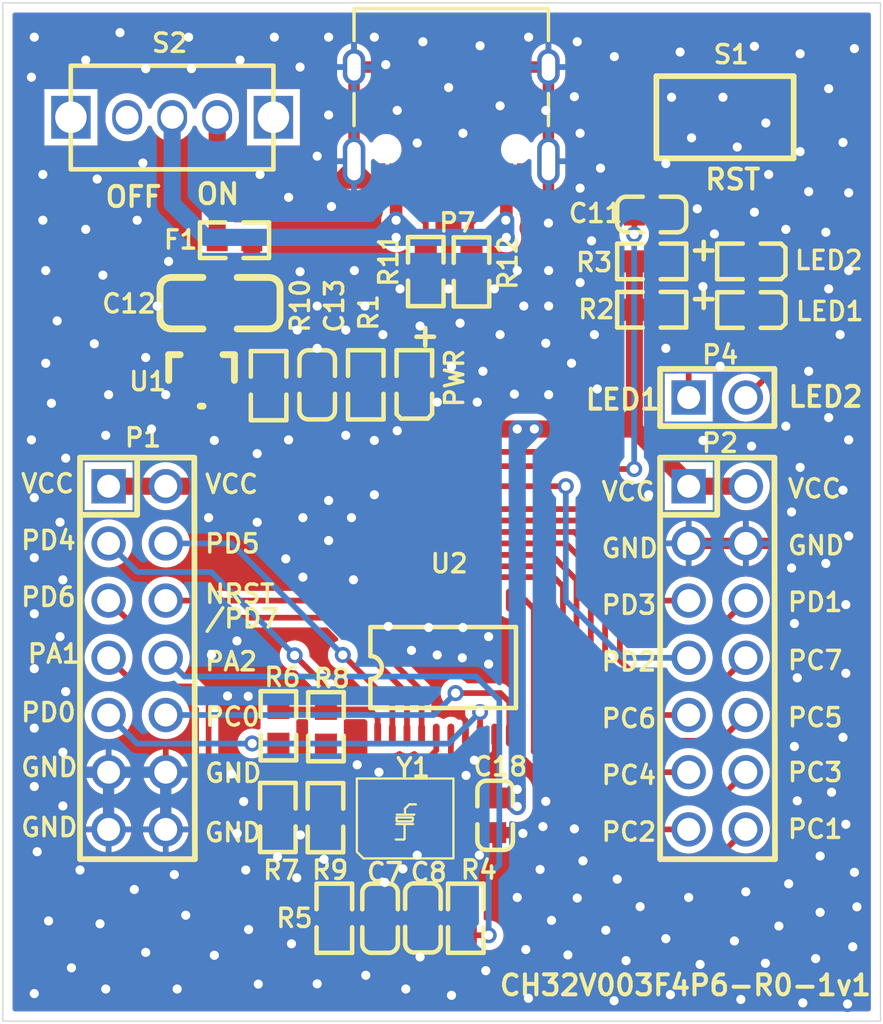
<source format=kicad_pcb>
(kicad_pcb (version 20240108) (generator "pcbnew") (generator_version "8.0")
  (layers (0 "F.Cu" signal "Top Layer") (31 "B.Cu" signal "Bottom Layer") (34 "B.Paste" user "Bottom Paste") (35 "F.Paste" user "Top Paste") (36 "B.SilkS" user "Bottom Overlay") (37 "F.SilkS" user "Top Overlay") (38 "B.Mask" user "Bottom Solder") (39 "F.Mask" user "Top Solder") (44 "Edge.Cuts" user))
  (net 0 "")
  (net 1 "NetP7_B5")
  (net 2 "NetP7_A5")
  (net 3 "XO")
  (net 4 "XI")
  (net 5 "VCC")
  (net 6 "PD6")
  (net 7 "PD5")
  (net 8 "PD4")
  (net 9 "PD3")
  (net 10 "PD2")
  (net 11 "PD1")
  (net 12 "PD0")
  (net 13 "PC7")
  (net 14 "PC6")
  (net 15 "PC5")
  (net 16 "PC4")
  (net 17 "PC3")
  (net 18 "PC2")
  (net 19 "PC1")
  (net 20 "PC0")
  (net 21 "PA2")
  (net 22 "PA1")
  (net 23 "NRST")
  (net 24 "NetPWR_1")
  (net 25 "NetLED2_1")
  (net 26 "NetLED1_1")
  (net 27 "NetF1_1")
  (net 28 "NetC12_1")
  (net 29 "LED2")
  (net 30 "LED1")
  (net 31 "GND")
  (net 32 "+5V")
  (footprint "CHXXX.pcblib:0603" (layer "F.Cu") (at 140.81014 98.6256 -90)
    (property "Reference" "R10")
    (property "Value" "0R" (hide yes))
  )
  (footprint "MYPCB.PCBLIB:0603+" (layer "F.Cu") (at 147.28714 98.5886 -90)
    (property "Reference" "PWR")
    (property "Value" "POWER  red" (hide yes))
  )
  (footprint "MYPCB.PCBLIB:0603+" (layer "F.Cu") (at 161.51114 96.0374)
    (property "Reference" "LED1")
    (property "Value" "LED1   blue" (hide yes))
  )
  (footprint "MYPCB.PCBLIB:IDC14-2.54mm" (layer "F.Cu") (at 159.47914 103.8606)
    (property "Reference" "P2")
    (property "Value" "Header 7X2" (hide yes))
  )
  (footprint "MYPCB.PCBLIB:SIP2-2.54mm" (layer "F.Cu") (at 159.47914 99.9236 -90)
    (property "Reference" "P4")
    (property "Value" "HEADER 2" (hide yes))
  )
  (footprint "MYPCB.PCBLIB:0603+" (layer "F.Cu") (at 161.51114 93.8784)
    (property "Reference" "LED2")
    (property "Value" "LED2  blue" (hide yes))
  )
  (footprint "MYPCB.PCBLIB:0603_C" (layer "F.Cu") (at 145.76314 122.2756 -90)
    (property "Reference" "C7")
    (property "Value" "22pF" (hide yes))
  )
  (footprint "CHXXX.pcblib:TSSOP20" (layer "F.Cu") (at 145.659 114.9096)
    (property "Reference" "U2")
    (property "Value" "CH32V003F4P6" (hide yes))
  )
  (footprint "CHXXX.pcblib:0603" (layer "F.Cu") (at 149.57314 122.2756 -90)
    (property "Reference" "R4")
    (property "Value" "0R" (hide yes))
  )
  (footprint "CHXXX.pcblib:0603" (layer "F.Cu") (at 157.06614 93.8784)
    (property "Reference" "R3")
    (property "Value" "1K" (hide yes))
  )
  (footprint "CHXXX.pcblib:0603" (layer "F.Cu") (at 157.06614 96.0254)
    (property "Reference" "R2")
    (property "Value" "1K" (hide yes))
  )
  (footprint "MYPCB.PCBLIB:SW1" (layer "F.Cu") (at 136.52414 87.4776)
    (property "Reference" "S2")
    (property "Value" "SW" (hide yes))
  )
  (footprint "CHXXX.pcblib:TYPE-C-Receptacle-2.0" (layer "F.Cu") (at 148.92614 90.3986 180)
    (property "Reference" "P7")
    (property "Value" "TYPE-C" (hide yes))
  )
  (footprint "MYPCB.PCBLIB:3216_C" (layer "F.Cu") (at 140.04814 95.7326)
    (property "Reference" "C12")
    (property "Value" "10uF" (hide yes))
  )
  (footprint "CHXXX.pcblib:0603" (layer "F.Cu") (at 147.79514 93.5596 -90)
    (property "Reference" "R11")
    (property "Value" "0R" (hide yes))
  )
  (footprint "MYPCB.PCBLIB:SMD_6.1x3.65x2.5mm-KEY" (layer "F.Cu") (at 157.06714 87.4776)
    (property "Reference" "S1")
    (property "Value" "NRST" (hide yes))
  )
  (footprint "CHXXX.pcblib:0603" (layer "F.Cu") (at 143.33729 117.80896 -90)
    (property "Reference" "R9")
    (property "Value" "0R" (hide yes))
  )
  (footprint "MYPCB.PCBLIB:IDC14-2.54mm" (layer "F.Cu") (at 133.69814 103.8606)
    (property "Reference" "P1")
    (property "Value" "Header 7X2" (hide yes))
  )
  (footprint "CHXXX.pcblib:XT3225" (layer "F.Cu") (at 145.74914 119.58384)
    (property "Reference" "Y1")
    (property "Value" "24MHz" (hide yes))
  )
  (footprint "MYPCB.PCBLIB:0603_C" (layer "F.Cu") (at 142.96914 98.5886 -90)
    (property "Reference" "C13")
    (property "Value" "2.2uF" (hide yes))
  )
  (footprint "MYPCB.PCBLIB:0603_C" (layer "F.Cu") (at 147.66814 123.7996 90)
    (property "Reference" "C8")
    (property "Value" "22pF" (hide yes))
  )
  (footprint "CHXXX.pcblib:SOT-23" (layer "F.Cu") (at 136.87814 100.1776)
    (property "Reference" "U1")
    (property "Value" "6219P33M" (hide yes))
  )
  (footprint "CHXXX.pcblib:0603" (layer "F.Cu") (at 138.52414 92.9386)
    (property "Reference" "F1")
    (property "Value" "500mA" (hide yes))
  )
  (footprint "CHXXX.pcblib:0603" (layer "F.Cu") (at 149.82714 93.5736 -90)
    (property "Reference" "R12")
    (property "Value" "0R" (hide yes))
  )
  (footprint "MYPCB.PCBLIB:0603_C" (layer "F.Cu") (at 158.60614 91.7956 180)
    (property "Reference" "C11")
    (property "Value" "0.1uF" (hide yes))
  )
  (footprint "CHXXX.pcblib:0603" (layer "F.Cu") (at 141.22022 117.80068 -90)
    (property "Reference" "R7")
    (property "Value" "0R" (hide yes))
  )
  (footprint "CHXXX.pcblib:0603" (layer "F.Cu") (at 145.12814 98.5886 -90)
    (property "Reference" "R1")
    (property "Value" "1K" (hide yes))
  )
  (footprint "CHXXX.pcblib:0603" (layer "F.Cu") (at 143.73114 123.8156 90)
    (property "Reference" "R5")
    (property "Value" "0R" (hide yes))
  )
  (footprint "CHXXX.pcblib:0603" (layer "F.Cu") (at 141.24654 113.73053 -90)
    (property "Reference" "R6")
    (property "Value" "0R" (hide yes))
  )
  (footprint "CHXXX.pcblib:0603" (layer "F.Cu") (at 143.35865 113.77082 -90)
    (property "Reference" "R8")
    (property "Value" "0R" (hide yes))
  )
  (footprint "MYPCB.PCBLIB:0603_C" (layer "F.Cu") (at 150.87814 119.2436 90)
    (property "Reference" "C18")
    (property "Value" "0.1uF" (hide yes))
  )
  (gr_line (start 128.99914 127.6096) (end 128.99914 82.3976) (stroke (width 0.05)) (layer "Edge.Cuts"))
  (gr_line (start 168.00306 127.6096) (end 128.99914 127.6096) (stroke (width 0.05)) (layer "Edge.Cuts"))
  (gr_line (start 128.99914 82.3976) (end 168.00306 82.3976) (stroke (width 0.05)) (layer "Edge.Cuts"))
  (gr_line (start 168.00306 82.3976) (end 168.00306 127.6096) (stroke (width 0.05)) (layer "Edge.Cuts"))
  (gr_text "PD6" (at 129.72436 109.260578 360) (layer "F.SilkS") (effects (font (size 0.8128 0.8128) (thickness 0.1524)) (justify left bottom)))
  (gr_text "PA2" (at 137.90147 112.120578 360) (layer "F.SilkS") (effects (font (size 0.8128 0.8128) (thickness 0.1524)) (justify left bottom)))
  (gr_text "PD0" (at 129.72436 114.382908 360) (layer "F.SilkS") (effects (font (size 0.8128 0.8128) (thickness 0.1524)) (justify left bottom)))
  (gr_text "PD2" (at 155.52309 112.131458 360) (layer "F.SilkS") (effects (font (size 0.8128 0.8128) (thickness 0.1524)) (justify left bottom)))
  (gr_text "PC3" (at 163.8012 117.043438 360) (layer "F.SilkS") (effects (font (size 0.8128 0.8128) (thickness 0.1524)) (justify left bottom)))
  (gr_text "VCC" (at 155.52309 104.574958 360) (layer "F.SilkS") (effects (font (size 0.8128 0.8128) (thickness 0.1524)) (justify left bottom)))
  (gr_text "PD4" (at 129.72436 106.741748 360) (layer "F.SilkS") (effects (font (size 0.8128 0.8128) (thickness 0.1524)) (justify left bottom)))
  (gr_text "PC6" (at 155.52309 114.650288 360) (layer "F.SilkS") (effects (font (size 0.8128 0.8128) (thickness 0.1524)) (justify left bottom)))
  (gr_text "PD1" (at 163.8012 109.486948 360) (layer "F.SilkS") (effects (font (size 0.8128 0.8128) (thickness 0.1524)) (justify left bottom)))
  (gr_text "LED2" (at 163.81314 100.413503 360) (layer "F.SilkS") (effects (font (size 0.889 0.889) (thickness 0.1778)) (justify left bottom)))
  (gr_text "GND" (at 129.72436 119.484078 360) (layer "F.SilkS") (effects (font (size 0.8128 0.8128) (thickness 0.1524)) (justify left bottom)))
  (gr_text "PC5" (at 163.8012 114.609268 360) (layer "F.SilkS") (effects (font (size 0.8128 0.8128) (thickness 0.1524)) (justify left bottom)))
  (gr_text "GND" (at 155.52309 107.093788 360) (layer "F.SilkS") (effects (font (size 0.8128 0.8128) (thickness 0.1524)) (justify left bottom)))
  (gr_text "VCC" (at 163.8012 104.449278 360) (layer "F.SilkS") (effects (font (size 0.8128 0.8128) (thickness 0.1524)) (justify left bottom)))
  (gr_text "NRST" (at 137.90147 109.123378 360) (layer "F.SilkS") (effects (font (size 0.8128 0.8128) (thickness 0.1524)) (justify left bottom)))
  (gr_text "GND" (at 163.8012 106.968108 360) (layer "F.SilkS") (effects (font (size 0.8128 0.8128) (thickness 0.1524)) (justify left bottom)))
  (gr_text "LED1" (at 154.80036 100.535803 360) (layer "F.SilkS") (effects (font (size 0.889 0.889) (thickness 0.1778)) (justify left bottom)))
  (gr_text "PC1" (at 163.8012 119.562268 360) (layer "F.SilkS") (effects (font (size 0.8128 0.8128) (thickness 0.1524)) (justify left bottom)))
  (gr_text "PC2" (at 155.52309 119.687948 360) (layer "F.SilkS") (effects (font (size 0.8128 0.8128) (thickness 0.1524)) (justify left bottom)))
  (gr_text "PC4" (at 155.52309 117.169118 360) (layer "F.SilkS") (effects (font (size 0.8128 0.8128) (thickness 0.1524)) (justify left bottom)))
  (gr_text "VCC" (at 137.90147 104.246578 360) (layer "F.SilkS") (effects (font (size 0.8128 0.8128) (thickness 0.1524)) (justify left bottom)))
  (gr_text "GND" (at 129.72436 116.817078 360) (layer "F.SilkS") (effects (font (size 0.8128 0.8128) (thickness 0.1524)) (justify left bottom)))
  (gr_text "RST" (at 160.11414 90.761503 360) (layer "F.SilkS") (effects (font (size 0.889 0.889) (thickness 0.1778)) (justify left bottom)))
  (gr_text "VCC" (at 129.72436 104.222918 360) (layer "F.SilkS") (effects (font (size 0.8128 0.8128) (thickness 0.1524)) (justify left bottom)))
  (gr_text "GND" (at 137.88876 119.715808 360) (layer "F.SilkS") (effects (font (size 0.8128 0.8128) (thickness 0.1524)) (justify left bottom)))
  (gr_text "PC0" (at 137.90147 114.575918 360) (layer "F.SilkS") (effects (font (size 0.8128 0.8128) (thickness 0.1524)) (justify left bottom)))
  (gr_text "PD3" (at 155.52309 109.612618 360) (layer "F.SilkS") (effects (font (size 0.8128 0.8128) (thickness 0.1524)) (justify left bottom)))
  (gr_text "CH32V003F4P6-R0-1v1" (at 150.98485 126.542863 360) (layer "F.SilkS") (effects (font (size 0.889 0.889) (thickness 0.1778)) (justify left bottom)))
  (gr_text "/PD7" (at 137.90147 110.215578 360) (layer "F.SilkS") (effects (font (size 0.8128 0.8128) (thickness 0.1524)) (justify left bottom)))
  (gr_text "PC7" (at 163.8012 112.069268 360) (layer "F.SilkS") (effects (font (size 0.8128 0.8128) (thickness 0.1524)) (justify left bottom)))
  (gr_text "PA1" (at 130.0206 111.779408 360) (layer "F.SilkS") (effects (font (size 0.8128 0.8128) (thickness 0.1524)) (justify left bottom)))
  (gr_text "PD5" (at 137.90147 106.888178 360) (layer "F.SilkS") (effects (font (size 0.8128 0.8128) (thickness 0.1524)) (justify left bottom)))
  (gr_text "GND" (at 137.90147 117.073578 360) (layer "F.SilkS") (effects (font (size 0.8128 0.8128) (thickness 0.1524)) (justify left bottom)))
  (gr_text_box "OFF" (pts (xy 132.614703 89.82856) (xy 136.999077 89.82856) (xy 136.999077 92.26423) (xy 132.614703 92.26423)) (angle 360) (layer "F.SilkS") (effects (font (size 0.889 0.889) (thickness 0.1778)) (justify top)) (border no) (stroke (width 0.1)))
  (gr_text_box "ON" (pts (xy 136.805703 89.70156) (xy 140.301367 89.70156) (xy 140.301367 92.13723) (xy 136.805703 92.13723)) (angle 360) (layer "F.SilkS") (effects (font (size 0.889 0.889) (thickness 0.1778)) (justify top)) (border no) (stroke (width 0.1)))
  (segment (start 147.79514 93.5596) (end 147.79514 92.177) (width 0.254) (layer "F.Cu") (net 1))
  (segment (start 147.17614 91.558) (end 147.79514 92.177) (width 0.254) (layer "F.Cu") (net 1))
  (segment (start 147.17614 91.558) (end 147.17614 90.3986) (width 0.254) (layer "F.Cu") (net 1))
  (segment (start 149.81314 92.1906) (end 150.17614 91.8276) (width 0.254) (layer "F.Cu") (net 2))
  (segment (start 149.81314 93.5596) (end 149.82714 93.5736) (width 0.254) (layer "F.Cu") (net 2))
  (segment (start 150.17614 91.8276) (end 150.17614 90.3986) (width 0.254) (layer "F.Cu") (net 2))
  (segment (start 149.81314 93.5596) (end 149.81314 92.1906) (width 0.254) (layer "F.Cu") (net 2))
  (segment (start 148.43014 122.2756) (end 148.62864 122.2756) (width 0.254) (layer "F.Cu") (net 3))
  (segment (start 148.04914 117.68384) (end 149.01998 117.68384) (width 0.254) (layer "F.Cu") (net 3))
  (segment (start 148.43014 122.2756) (end 148.62864 122.0771) (width 0.254) (layer "F.Cu") (net 3))
  (segment (start 148.04914 116.6876) (end 148.9102 115.82654) (width 0.254) (layer "F.Cu") (net 3))
  (segment (start 148.62864 122.2756) (end 148.82714 122.2756) (width 0.254) (layer "F.Cu") (net 3))
  (segment (start 148.9102 115.82654) (end 148.9102 114.9096) (width 0.254) (layer "F.Cu") (net 3))
  (segment (start 147.68414 122.2756) (end 148.43014 122.2756) (width 0.254) (layer "F.Cu") (net 3))
  (segment (start 148.62864 122.0771) (end 148.82714 122.2756) (width 0.254) (layer "F.Cu") (net 3))
  (segment (start 149.01998 117.68384) (end 149.31914 117.983) (width 0.254) (layer "F.Cu") (net 3))
  (segment (start 148.62864 122.0771) (end 148.62864 121.1881) (width 0.254) (layer "F.Cu") (net 3))
  (segment (start 148.62864 122.2756) (end 148.62864 122.0771) (width 0.254) (layer "F.Cu") (net 3))
  (segment (start 147.66814 122.2596) (end 147.68414 122.2756) (width 0.254) (layer "F.Cu") (net 3))
  (segment (start 149.31914 120.4976) (end 149.31914 117.983) (width 0.254) (layer "F.Cu") (net 3))
  (segment (start 148.04914 117.5816) (end 148.04914 116.6876) (width 0.254) (layer "F.Cu") (net 3))
  (segment (start 148.62864 121.1881) (end 149.31914 120.4976) (width 0.254) (layer "F.Cu") (net 3))
  (segment (start 148.82714 122.2756) (end 148.93814 122.2756) (width 0.254) (layer "F.Cu") (net 3))
  (segment (start 148.82714 122.2756) (end 149.57314 122.2756) (width 0.254) (layer "F.Cu") (net 3))
  (segment (start 143.73114 123.8156) (end 144.49314 123.8156) (width 0.254) (layer "F.Cu") (net 4))
  (segment (start 144.74714 123.5616) (end 144.74714 121.285) (width 0.254) (layer "F.Cu") (net 4))
  (segment (start 144.74714 123.8156) (end 144.74714 123.5616) (width 0.254) (layer "F.Cu") (net 4))
  (segment (start 145.00114 123.8156) (end 145.76314 123.8156) (width 0.254) (layer "F.Cu") (net 4))
  (segment (start 146.90614 116.9416) (end 148.25996 115.58778) (width 0.254) (layer "F.Cu") (net 4))
  (segment (start 145.74914 120.283) (end 145.74914 119.58384) (width 0.254) (layer "F.Cu") (net 4))
  (segment (start 145.74914 119.5637) (end 146.90614 118.4067) (width 0.254) (layer "F.Cu") (net 4))
  (segment (start 148.25996 115.58778) (end 148.25996 114.9096) (width 0.254) (layer "F.Cu") (net 4))
  (segment (start 145.74914 119.58384) (end 145.74914 119.5637) (width 0.254) (layer "F.Cu") (net 4))
  (segment (start 144.74714 121.285) (end 145.74914 120.283) (width 0.254) (layer "F.Cu") (net 4))
  (segment (start 146.90614 118.4067) (end 146.90614 116.9416) (width 0.254) (layer "F.Cu") (net 4))
  (segment (start 144.74714 123.5616) (end 145.00114 123.8156) (width 0.254) (layer "F.Cu") (net 4))
  (segment (start 144.49314 123.8156) (end 144.74714 123.8156) (width 0.254) (layer "F.Cu") (net 4))
  (segment (start 144.49314 123.8156) (end 144.74714 123.5616) (width 0.254) (layer "F.Cu") (net 4))
  (segment (start 144.74714 123.8156) (end 145.00114 123.8156) (width 0.254) (layer "F.Cu") (net 4))
  (segment (start 138.77814 100.1776) (end 138.79014 100.1656) (width 0.762) (layer "F.Cu") (net 5))
  (segment (start 136.23814 103.8606) (end 142.08014 103.8606) (width 0.762) (layer "F.Cu") (net 5))
  (segment (start 150.85838 117.68384) (end 150.85838 115.6716) (width 0.254) (layer "F.Cu") (net 5))
  (segment (start 150.85838 117.68384) (end 150.87814 117.7036) (width 0.254) (layer "F.Cu") (net 5))
  (segment (start 156.43114 101.3206) (end 157.06614 100.6856) (width 0.762) (layer "F.Cu") (net 5))
  (segment (start 152.62114 101.3206) (end 156.43114 101.3206) (width 0.762) (layer "F.Cu") (net 5))
  (segment (start 151.47814 117.7036) (end 151.85914 117.3226) (width 0.762) (layer "F.Cu") (net 5))
  (segment (start 150.85838 115.6716) (end 150.85838 114.9096) (width 0.254) (layer "F.Cu") (net 5))
  (segment (start 157.06614 101.32861) (end 157.06614 100.6856) (width 0.762) (layer "F.Cu") (net 5))
  (segment (start 140.88814 100.1286) (end 142.96914 100.1286) (width 0.762) (layer "F.Cu") (net 5))
  (segment (start 145.09114 100.1656) (end 145.12814 100.1286) (width 0.762) (layer "F.Cu") (net 5))
  (segment (start 151.06414 117.5176) (end 151.06414 115.87736) (width 0.254) (layer "F.Cu") (net 5))
  (segment (start 148.43014 101.3206) (end 151.85914 101.3206) (width 0.762) (layer "F.Cu") (net 5))
  (segment (start 157.06614 96.0254) (end 157.06614 93.8784) (width 0.762) (layer "F.Cu") (net 5))
  (segment (start 150.71614 115.81384) (end 150.85838 115.6716) (width 0.254) (layer "F.Cu") (net 5))
  (segment (start 157.06614 100.6856) (end 157.06614 96.0254) (width 0.762) (layer "F.Cu") (net 5))
  (segment (start 157.06614 101.32861) (end 159.47914 103.74161) (width 0.762) (layer "F.Cu") (net 5))
  (segment (start 143.47714 102.9716) (end 146.77914 102.9716) (width 0.762) (layer "F.Cu") (net 5))
  (segment (start 151.47814 117.7036) (end 151.85914 118.0846) (width 0.762) (layer "F.Cu") (net 5))
  (segment (start 159.47914 103.8606) (end 159.47914 103.74161) (width 0.762) (layer "F.Cu") (net 5))
  (segment (start 142.96914 102.4636) (end 143.47714 102.9716) (width 0.762) (layer "F.Cu") (net 5))
  (segment (start 133.69814 103.8606) (end 136.23814 103.8606) (width 0.762) (layer "F.Cu") (net 5))
  (segment (start 150.87814 117.7036) (end 151.06414 117.5176) (width 0.254) (layer "F.Cu") (net 5))
  (segment (start 150.87814 117.7036) (end 151.47814 117.7036) (width 0.762) (layer "F.Cu") (net 5))
  (segment (start 150.71614 117.5416) (end 150.71614 115.81384) (width 0.254) (layer "F.Cu") (net 5))
  (segment (start 150.85838 115.6716) (end 151.06414 115.87736) (width 0.254) (layer "F.Cu") (net 5))
  (segment (start 142.96914 102.9716) (end 143.47714 102.9716) (width 0.762) (layer "F.Cu") (net 5))
  (segment (start 150.71614 117.5416) (end 150.85838 117.68384) (width 0.254) (layer "F.Cu") (net 5))
  (segment (start 157.05813 101.3206) (end 157.06614 101.32861) (width 0.762) (layer "F.Cu") (net 5))
  (segment (start 146.77914 102.9716) (end 148.43014 101.3206) (width 0.762) (layer "F.Cu") (net 5))
  (segment (start 156.43114 101.3206) (end 157.05813 101.3206) (width 0.762) (layer "F.Cu") (net 5))
  (segment (start 142.96914 100.1656) (end 145.09114 100.1656) (width 0.762) (layer "F.Cu") (net 5))
  (segment (start 151.85914 101.3206) (end 152.62114 101.3206) (width 0.762) (layer "F.Cu") (net 5))
  (segment (start 151.85914 118.0846) (end 151.85914 117.3226) (width 0.762) (layer "F.Cu") (net 5))
  (segment (start 142.08014 103.8606) (end 142.96914 102.9716) (width 0.762) (layer "F.Cu") (net 5))
  (segment (start 138.79014 100.1656) (end 140.81014 100.1656) (width 0.762) (layer "F.Cu") (net 5))
  (segment (start 142.96914 102.4636) (end 142.96914 100.1656) (width 0.762) (layer "F.Cu") (net 5))
  (segment (start 142.96914 102.9716) (end 142.96914 102.4636) (width 0.762) (layer "F.Cu") (net 5))
  (segment (start 159.47914 103.8606) (end 162.01914 103.8606) (width 0.762) (layer "F.Cu") (net 5))
  (via (at 151.85914 117.3226) (size 0.7112) (drill 0.4064) (layers "F.Cu" "B.Cu") (net 5))
  (via (at 152.62114 101.3206) (size 0.7112) (drill 0.4064) (layers "F.Cu" "B.Cu") (net 5))
  (via (at 151.85914 118.0846) (size 0.7112) (drill 0.4064) (layers "F.Cu" "B.Cu") (net 5))
  (via (at 151.85914 101.3206) (size 0.7112) (drill 0.4064) (layers "F.Cu" "B.Cu") (net 5))
  (segment (start 151.85914 102.0826) (end 151.85914 101.3206) (width 0.762) (layer "B.Cu") (net 5))
  (segment (start 151.85914 102.0826) (end 152.62114 101.3206) (width 0.762) (layer "B.Cu") (net 5))
  (segment (start 151.85914 101.3206) (end 152.62114 101.3206) (width 0.762) (layer "B.Cu") (net 5))
  (segment (start 151.85914 117.3226) (end 151.85914 102.0826) (width 0.762) (layer "B.Cu") (net 5))
  (segment (start 151.85914 118.0846) (end 151.85914 117.3226) (width 0.762) (layer "B.Cu") (net 5))
  (segment (start 143.60109 109.69955) (end 144.11214 110.2106) (width 0.254) (layer "F.Cu") (net 6))
  (segment (start 133.69814 108.9406) (end 134.96814 110.2106) (width 0.254) (layer "F.Cu") (net 6))
  (segment (start 144.11214 110.2106) (end 146.95948 113.05794) (width 0.254) (layer "F.Cu") (net 6))
  (segment (start 146.95948 114.9096) (end 146.95948 113.05794) (width 0.254) (layer "F.Cu") (net 6))
  (segment (start 134.96814 110.2106) (end 137.43435 110.2106) (width 0.254) (layer "F.Cu") (net 6))
  (segment (start 137.43435 110.2106) (end 137.9454 109.69955) (width 0.254) (layer "F.Cu") (net 6))
  (segment (start 137.9454 109.69955) (end 143.60109 109.69955) (width 0.254) (layer "F.Cu") (net 6))
  (segment (start 144.10814 111.3536) (end 146.30924 113.5547) (width 0.254) (layer "F.Cu") (net 7))
  (segment (start 146.30924 114.9096) (end 146.30924 113.5547) (width 0.254) (layer "F.Cu") (net 7))
  (via (at 144.10814 111.3536) (size 0.7112) (drill 0.4064) (layers "F.Cu" "B.Cu") (net 7))
  (segment (start 136.23814 106.4006) (end 139.15514 106.4006) (width 0.254) (layer "B.Cu") (net 7))
  (segment (start 139.15514 106.4006) (end 144.10814 111.3536) (width 0.254) (layer "B.Cu") (net 7))
  (segment (start 145.28283 113.77082) (end 145.659 114.14699) (width 0.254) (layer "F.Cu") (net 8))
  (segment (start 145.659 114.9096) (end 145.659 114.14699) (width 0.254) (layer "F.Cu") (net 8))
  (segment (start 143.35865 113.77082) (end 143.35865 112.76353) (width 0.254) (layer "F.Cu") (net 8))
  (segment (start 141.28682 113.77082) (end 143.35865 113.77082) (width 0.254) (layer "F.Cu") (net 8))
  (segment (start 141.96642 111.3713) (end 143.35865 112.76353) (width 0.254) (layer "F.Cu") (net 8))
  (segment (start 143.35865 113.77082) (end 145.28283 113.77082) (width 0.254) (layer "F.Cu") (net 8))
  (via (at 141.96642 111.3713) (size 0.7112) (drill 0.4064) (layers "F.Cu" "B.Cu") (net 8))
  (segment (start 138.26572 107.6706) (end 141.96642 111.3713) (width 0.254) (layer "B.Cu") (net 8))
  (segment (start 134.96814 107.6706) (end 138.26572 107.6706) (width 0.254) (layer "B.Cu") (net 8))
  (segment (start 133.69814 106.4006) (end 134.96814 107.6706) (width 0.254) (layer "B.Cu") (net 8))
  (segment (start 145.659 108.9152) (end 145.659 106.37774) (width 0.254) (layer "F.Cu") (net 9))
  (segment (start 157.70114 108.3056) (end 157.70114 106.0196) (width 0.254) (layer "F.Cu") (net 9))
  (segment (start 145.659 106.37774) (end 149.06514 102.9716) (width 0.254) (layer "F.Cu") (net 9))
  (segment (start 149.06514 102.9716) (end 154.65314 102.9716) (width 0.254) (layer "F.Cu") (net 9))
  (segment (start 154.65314 102.9716) (end 157.70114 106.0196) (width 0.254) (layer "F.Cu") (net 9))
  (segment (start 158.33614 108.9406) (end 159.47914 108.9406) (width 0.254) (layer "F.Cu") (net 9))
  (segment (start 157.70114 108.3056) (end 158.33614 108.9406) (width 0.254) (layer "F.Cu") (net 9))
  (segment (start 146.30924 108.9152) (end 146.30924 106.6165) (width 0.254) (layer "F.Cu") (net 10))
  (segment (start 146.30924 106.6165) (end 149.06514 103.8606) (width 0.254) (layer "F.Cu") (net 10))
  (segment (start 149.06514 103.8606) (end 154.01814 103.8606) (width 0.254) (layer "F.Cu") (net 10))
  (via (at 154.01814 103.8606) (size 0.7112) (drill 0.4064) (layers "F.Cu" "B.Cu") (net 10))
  (segment (start 154.01814 108.9406) (end 156.55814 111.4806) (width 0.254) (layer "B.Cu") (net 10))
  (segment (start 156.55814 111.4806) (end 159.47914 111.4806) (width 0.254) (layer "B.Cu") (net 10))
  (segment (start 154.01814 108.9406) (end 154.01814 103.8606) (width 0.254) (layer "B.Cu") (net 10))
  (segment (start 146.95948 106.72826) (end 148.81114 104.8766) (width 0.254) (layer "F.Cu") (net 11))
  (segment (start 157.05698 109.56644) (end 157.05698 106.51844) (width 0.254) (layer "F.Cu") (net 11))
  (segment (start 157.70114 110.2106) (end 160.74914 110.2106) (width 0.254) (layer "F.Cu") (net 11))
  (segment (start 160.74914 110.2106) (end 162.01914 108.9406) (width 0.254) (layer "F.Cu") (net 11))
  (segment (start 148.81114 104.8766) (end 155.41514 104.8766) (width 0.254) (layer "F.Cu") (net 11))
  (segment (start 157.05698 109.56644) (end 157.70114 110.2106) (width 0.254) (layer "F.Cu") (net 11))
  (segment (start 146.95948 108.9152) (end 146.95948 106.72826) (width 0.254) (layer "F.Cu") (net 11))
  (segment (start 155.41514 104.8766) (end 157.05698 106.51844) (width 0.254) (layer "F.Cu") (net 11))
  (segment (start 141.2331 115.28397) (end 141.24654 115.27053) (width 0.254) (layer "F.Cu") (net 12))
  (segment (start 141.24654 118.04384) (end 141.24654 115.27053) (width 0.254) (layer "F.Cu") (net 12))
  (segment (start 150.20814 114.9096) (end 150.20814 113.8936) (width 0.254) (layer "F.Cu") (net 12))
  (segment (start 140.0808 115.28397) (end 141.2331 115.28397) (width 0.254) (layer "F.Cu") (net 12))
  (via (at 150.20814 113.8936) (size 0.7112) (drill 0.4064) (layers "F.Cu" "B.Cu") (net 12))
  (via (at 140.0808 115.28397) (size 0.7112) (drill 0.4064) (layers "F.Cu" "B.Cu") (net 12))
  (segment (start 133.69814 114.0206) (end 134.96814 115.2906) (width 0.254) (layer "B.Cu") (net 12))
  (segment (start 148.81114 115.2906) (end 150.20814 113.8936) (width 0.254) (layer "B.Cu") (net 12))
  (segment (start 134.96814 115.2906) (end 148.81114 115.2906) (width 0.254) (layer "B.Cu") (net 12))
  (segment (start 156.42198 111.59844) (end 156.42198 106.80444) (width 0.254) (layer "F.Cu") (net 13))
  (segment (start 160.74914 112.7506) (end 162.01914 111.4806) (width 0.254) (layer "F.Cu") (net 13))
  (segment (start 157.57414 112.7506) (end 160.74914 112.7506) (width 0.254) (layer "F.Cu") (net 13))
  (segment (start 156.42198 111.59844) (end 157.57414 112.7506) (width 0.254) (layer "F.Cu") (net 13))
  (segment (start 147.60972 106.96702) (end 149.19214 105.3846) (width 0.254) (layer "F.Cu") (net 13))
  (segment (start 155.00214 105.3846) (end 156.42198 106.80444) (width 0.254) (layer "F.Cu") (net 13))
  (segment (start 147.60972 108.9152) (end 147.60972 106.96702) (width 0.254) (layer "F.Cu") (net 13))
  (segment (start 149.19214 105.3846) (end 155.00214 105.3846) (width 0.254) (layer "F.Cu") (net 13))
  (segment (start 148.25996 107.19178) (end 149.55914 105.8926) (width 0.254) (layer "F.Cu") (net 14))
  (segment (start 154.39914 105.8926) (end 155.76414 107.2576) (width 0.254) (layer "F.Cu") (net 14))
  (segment (start 148.25996 108.9152) (end 148.25996 107.19178) (width 0.254) (layer "F.Cu") (net 14))
  (segment (start 157.44714 114.0206) (end 159.47914 114.0206) (width 0.254) (layer "F.Cu") (net 14))
  (segment (start 155.76414 112.3376) (end 155.76414 107.2576) (width 0.254) (layer "F.Cu") (net 14))
  (segment (start 149.55914 105.8926) (end 154.39914 105.8926) (width 0.254) (layer "F.Cu") (net 14))
  (segment (start 155.76414 112.3376) (end 157.44714 114.0206) (width 0.254) (layer "F.Cu") (net 14))
  (segment (start 160.87614 115.1636) (end 162.01914 114.0206) (width 0.254) (layer "F.Cu") (net 15))
  (segment (start 155.12914 113.0996) (end 157.19314 115.1636) (width 0.254) (layer "F.Cu") (net 15))
  (segment (start 149.95414 106.4006) (end 154.01814 106.4006) (width 0.254) (layer "F.Cu") (net 15))
  (segment (start 157.19314 115.1636) (end 160.87614 115.1636) (width 0.254) (layer "F.Cu") (net 15))
  (segment (start 148.9102 107.44454) (end 149.95414 106.4006) (width 0.254) (layer "F.Cu") (net 15))
  (segment (start 155.12914 113.0996) (end 155.12914 107.5116) (width 0.254) (layer "F.Cu") (net 15))
  (segment (start 148.9102 108.9152) (end 148.9102 107.44454) (width 0.254) (layer "F.Cu") (net 15))
  (segment (start 154.01814 106.4006) (end 155.12914 107.5116) (width 0.254) (layer "F.Cu") (net 15))
  (segment (start 154.49414 113.8616) (end 154.49414 108.0196) (width 0.254) (layer "F.Cu") (net 16))
  (segment (start 149.5579 107.68584) (end 150.33514 106.9086) (width 0.254) (layer "F.Cu") (net 16))
  (segment (start 154.49414 113.8616) (end 157.19314 116.5606) (width 0.254) (layer "F.Cu") (net 16))
  (segment (start 157.19314 116.5606) (end 159.47914 116.5606) (width 0.254) (layer "F.Cu") (net 16))
  (segment (start 150.33514 106.9086) (end 153.38314 106.9086) (width 0.254) (layer "F.Cu") (net 16))
  (segment (start 153.38314 106.9086) (end 154.49414 108.0196) (width 0.254) (layer "F.Cu") (net 16))
  (segment (start 149.5579 108.9152) (end 149.5579 107.68584) (width 0.254) (layer "F.Cu") (net 16))
  (segment (start 150.71614 107.4166) (end 153.00214 107.4166) (width 0.254) (layer "F.Cu") (net 17))
  (segment (start 150.20814 107.9246) (end 150.71614 107.4166) (width 0.254) (layer "F.Cu") (net 17))
  (segment (start 153.89114 114.5286) (end 153.89114 108.3056) (width 0.254) (layer "F.Cu") (net 17))
  (segment (start 160.74914 117.8306) (end 162.01914 116.5606) (width 0.254) (layer "F.Cu") (net 17))
  (segment (start 153.00214 107.4166) (end 153.89114 108.3056) (width 0.254) (layer "F.Cu") (net 17))
  (segment (start 153.89114 114.5286) (end 157.19314 117.8306) (width 0.254) (layer "F.Cu") (net 17))
  (segment (start 150.20814 108.9152) (end 150.20814 107.9246) (width 0.254) (layer "F.Cu") (net 17))
  (segment (start 157.19314 117.8306) (end 160.74914 117.8306) (width 0.254) (layer "F.Cu") (net 17))
  (segment (start 152.59574 107.8992) (end 153.25614 108.5596) (width 0.254) (layer "F.Cu") (net 18))
  (segment (start 151.12254 107.8992) (end 152.59574 107.8992) (width 0.254) (layer "F.Cu") (net 18))
  (segment (start 157.19314 119.1006) (end 159.47914 119.1006) (width 0.254) (layer "F.Cu") (net 18))
  (segment (start 150.85838 108.16336) (end 151.12254 107.8992) (width 0.254) (layer "F.Cu") (net 18))
  (segment (start 153.25614 115.1636) (end 157.19314 119.1006) (width 0.254) (layer "F.Cu") (net 18))
  (segment (start 153.25614 115.1636) (end 153.25614 108.5596) (width 0.254) (layer "F.Cu") (net 18))
  (segment (start 150.85838 108.9152) (end 150.85838 108.16336) (width 0.254) (layer "F.Cu") (net 18))
  (segment (start 152.59574 115.6462) (end 157.70114 120.7516) (width 0.254) (layer "F.Cu") (net 19))
  (segment (start 160.36814 120.7516) (end 162.01914 119.1006) (width 0.254) (layer "F.Cu") (net 19))
  (segment (start 151.50862 108.9152) (end 152.21474 108.9152) (width 0.254) (layer "F.Cu") (net 19))
  (segment (start 152.21474 108.9152) (end 152.59574 109.2962) (width 0.254) (layer "F.Cu") (net 19))
  (segment (start 157.70114 120.7516) (end 160.36814 120.7516) (width 0.254) (layer "F.Cu") (net 19))
  (segment (start 152.59574 115.6462) (end 152.59574 109.2962) (width 0.254) (layer "F.Cu") (net 19))
  (segment (start 151.11104 113.0467) (end 151.50862 113.44428) (width 0.254) (layer "F.Cu") (net 20))
  (segment (start 149.11794 113.0467) (end 151.11104 113.0467) (width 0.254) (layer "F.Cu") (net 20))
  (segment (start 151.50862 114.9096) (end 151.50862 113.44428) (width 0.254) (layer "F.Cu") (net 20))
  (via (at 149.11794 113.0467) (size 0.7112) (drill 0.4064) (layers "F.Cu" "B.Cu") (net 20))
  (segment (start 136.23814 114.0206) (end 148.14404 114.0206) (width 0.254) (layer "B.Cu") (net 20))
  (segment (start 148.14404 114.0206) (end 149.11794 113.0467) (width 0.254) (layer "B.Cu") (net 20))
  (segment (start 149.57314 123.8156) (end 149.58914 123.7996) (width 0.254) (layer "F.Cu") (net 21))
  (segment (start 149.58914 123.7996) (end 150.58914 123.7996) (width 0.254) (layer "F.Cu") (net 21))
  (via (at 150.58914 123.7996) (size 0.7112) (drill 0.4064) (layers "F.Cu" "B.Cu") (net 21))
  (segment (start 136.23814 111.4806) (end 137.06872 112.31118) (width 0.254) (layer "B.Cu") (net 21))
  (segment (start 150.58914 121.1326) (end 151.06414 120.6576) (width 0.254) (layer "B.Cu") (net 21))
  (segment (start 150.02272 112.31118) (end 151.06414 113.3526) (width 0.254) (layer "B.Cu") (net 21))
  (segment (start 137.06872 112.31118) (end 150.02272 112.31118) (width 0.254) (layer "B.Cu") (net 21))
  (segment (start 151.06414 120.6576) (end 151.06414 113.3526) (width 0.254) (layer "B.Cu") (net 21))
  (segment (start 150.58914 123.7996) (end 150.58914 121.1326) (width 0.254) (layer "B.Cu") (net 21))
  (segment (start 138.14314 121.2476) (end 139.17114 122.2756) (width 0.254) (layer "F.Cu") (net 22))
  (segment (start 143.73114 122.2756) (end 143.73114 121.3866) (width 0.254) (layer "F.Cu") (net 22))
  (segment (start 144.4289 120.68884) (end 144.4289 118.15674) (width 0.254) (layer "F.Cu") (net 22))
  (segment (start 133.69814 111.4806) (end 134.96814 112.7506) (width 0.254) (layer "F.Cu") (net 22))
  (segment (start 144.08113 117.80896) (end 144.4289 118.15674) (width 0.254) (layer "F.Cu") (net 22))
  (segment (start 143.35014 115.31933) (end 143.35865 115.31082) (width 0.254) (layer "F.Cu") (net 22))
  (segment (start 143.73114 121.3866) (end 144.4289 120.68884) (width 0.254) (layer "F.Cu") (net 22))
  (segment (start 143.35014 117.80896) (end 143.35014 115.31933) (width 0.254) (layer "F.Cu") (net 22))
  (segment (start 134.96814 112.7506) (end 137.38114 112.7506) (width 0.254) (layer "F.Cu") (net 22))
  (segment (start 143.35014 117.80896) (end 144.08113 117.80896) (width 0.254) (layer "F.Cu") (net 22))
  (segment (start 138.14314 121.2476) (end 138.14314 113.5126) (width 0.254) (layer "F.Cu") (net 22))
  (segment (start 139.17114 122.2756) (end 143.73114 122.2756) (width 0.254) (layer "F.Cu") (net 22))
  (segment (start 137.38114 112.7506) (end 138.14314 113.5126) (width 0.254) (layer "F.Cu") (net 22))
  (segment (start 143.33729 117.80896) (end 143.35014 117.80896) (width 0.254) (layer "F.Cu") (net 22))
  (segment (start 143.60414 108.9406) (end 147.60972 112.94618) (width 0.254) (layer "F.Cu") (net 23))
  (segment (start 143.60414 108.9406) (end 143.60414 108.6866) (width 0.254) (layer "F.Cu") (net 23))
  (segment (start 147.60972 114.9096) (end 147.60972 112.94618) (width 0.254) (layer "F.Cu") (net 23))
  (segment (start 143.60414 107.6706) (end 148.93814 102.3366) (width 0.254) (layer "F.Cu") (net 23))
  (segment (start 148.93814 102.3366) (end 155.41514 102.3366) (width 0.254) (layer "F.Cu") (net 23))
  (segment (start 155.41514 102.3366) (end 156.17714 103.0986) (width 0.254) (layer "F.Cu") (net 23))
  (segment (start 143.60414 108.6866) (end 143.60414 107.6706) (width 0.254) (layer "F.Cu") (net 23))
  (segment (start 157.06714 92.6846) (end 157.06714 87.4776) (width 0.254) (layer "F.Cu") (net 23))
  (segment (start 143.35014 108.9406) (end 143.60414 108.9406) (width 0.254) (layer "F.Cu") (net 23))
  (segment (start 143.35014 108.9406) (end 143.60414 108.6866) (width 0.254) (layer "F.Cu") (net 23))
  (segment (start 156.17714 103.0986) (end 157.05698 103.0986) (width 0.254) (layer "F.Cu") (net 23))
  (segment (start 136.23814 108.9406) (end 143.35014 108.9406) (width 0.254) (layer "F.Cu") (net 23))
  (via (at 157.05698 103.0986) (size 0.7112) (drill 0.4064) (layers "F.Cu" "B.Cu") (net 23))
  (via (at 157.05698 92.6846) (size 0.7112) (drill 0.4064) (layers "F.Cu" "B.Cu") (net 23))
  (segment (start 157.05698 103.0986) (end 157.05698 92.6846) (width 0.254) (layer "B.Cu") (net 23))
  (segment (start 145.12814 98.5886) (end 147.28714 98.5886) (width 0.254) (layer "F.Cu") (net 24))
  (segment (start 158.60614 93.8784) (end 161.51114 93.8784) (width 0.254) (layer "F.Cu") (net 25))
  (segment (start 161.75314 96.0254) (end 161.76514 96.0374) (width 0.254) (layer "F.Cu") (net 26))
  (segment (start 158.60614 96.0254) (end 161.75314 96.0254) (width 0.254) (layer "F.Cu") (net 26))
  (segment (start 138.52414 92.9386) (end 138.52414 87.4776) (width 0.762) (layer "F.Cu") (net 27))
  (segment (start 138.92914 98.1576) (end 139.39714 98.6256) (width 0.762) (layer "F.Cu") (net 28))
  (segment (start 139.39714 98.6256) (end 140.81014 98.6256) (width 0.762) (layer "F.Cu") (net 28))
  (segment (start 140.04814 95.8596) (end 140.06414 95.8436) (width 0.762) (layer "F.Cu") (net 28))
  (segment (start 137.88914 98.1576) (end 138.92914 98.1576) (width 0.762) (layer "F.Cu") (net 28))
  (segment (start 140.04814 95.7326) (end 140.06414 95.7486) (width 0.762) (layer "F.Cu") (net 28))
  (segment (start 140.81014 98.6256) (end 140.81014 97.7646) (width 0.762) (layer "F.Cu") (net 28))
  (segment (start 140.06414 95.8436) (end 140.06414 95.7486) (width 0.762) (layer "F.Cu") (net 28))
  (segment (start 140.06414 95.7486) (end 140.06414 92.9386) (width 0.762) (layer "F.Cu") (net 28))
  (segment (start 140.06414 97.0186) (end 140.81014 97.7646) (width 0.762) (layer "F.Cu") (net 28))
  (segment (start 140.06414 97.0186) (end 140.06414 95.8436) (width 0.762) (layer "F.Cu") (net 28))
  (segment (start 162.01914 99.9236) (end 164.81314 97.1296) (width 0.254) (layer "F.Cu") (net 29))
  (segment (start 163.05114 93.8784) (end 164.35594 93.8784) (width 0.254) (layer "F.Cu") (net 29))
  (segment (start 164.81314 97.1296) (end 164.81314 94.3356) (width 0.254) (layer "F.Cu") (net 29))
  (segment (start 164.35594 93.8784) (end 164.81314 94.3356) (width 0.254) (layer "F.Cu") (net 29))
  (segment (start 163.05114 96.9866) (end 163.05114 96.0374) (width 0.254) (layer "F.Cu") (net 30))
  (segment (start 159.47914 98.044) (end 159.98714 97.536) (width 0.254) (layer "F.Cu") (net 30))
  (segment (start 162.50174 97.536) (end 163.05114 96.9866) (width 0.254) (layer "F.Cu") (net 30))
  (segment (start 159.47914 99.9236) (end 159.47914 98.044) (width 0.254) (layer "F.Cu") (net 30))
  (segment (start 159.98714 97.536) (end 162.50174 97.536) (width 0.254) (layer "F.Cu") (net 30))
  (segment (start 148.09994 125.3744) (end 150.46214 125.3744) (width 0.508) (layer "F.Cu") (net 31))
  (segment (start 153.00214 119.7356) (end 153.00214 119.3546) (width 0.508) (layer "F.Cu") (net 31))
  (segment (start 166.59114 106.0704) (end 166.59114 105.8926) (width 0.508) (layer "F.Cu") (net 31))
  (segment (start 152.15114 91.351) (end 152.49414 91.694) (width 0.508) (layer "F.Cu") (net 31))
  (segment (start 141.20834 120.31058) (end 141.20834 119.35257) (width 0.508) (layer "F.Cu") (net 31))
  (segment (start 152.87514 91.8056) (end 152.87514 91.694) (width 0.508) (layer "F.Cu") (net 31))
  (segment (start 143.27328 119.41297) (end 143.33729 119.34896) (width 0.508) (layer "F.Cu") (net 31))
  (segment (start 153.00214 125.2474) (end 153.00214 124.9934) (width 0.508) (layer "F.Cu") (net 31))
  (segment (start 153.00214 124.9934) (end 153.00214 119.7356) (width 0.508) (layer "F.Cu") (net 31))
  (segment (start 142.96914 97.7392) (end 142.96914 95.8596) (width 0.508) (layer "F.Cu") (net 31))
  (segment (start 147.79514 95.0996) (end 147.80914 95.1136) (width 0.508) (layer "F.Cu") (net 31))
  (segment (start 153.24614 91.323) (end 153.24614 89.4286) (width 0.508) (layer "F.Cu") (net 31))
  (segment (start 152.87514 91.694) (end 153.24614 91.323) (width 0.508) (layer "F.Cu") (net 31))
  (segment (start 166.59114 101.8032) (end 166.59114 94.2848) (width 0.508) (layer "F.Cu") (net 31))
  (segment (start 164.81314 90.7796) (end 165.06714 90.5256) (width 0.508) (layer "F.Cu") (net 31))
  (segment (start 150.19414 119.2436) (end 150.87814 119.2436) (width 0.254) (layer "F.Cu") (net 31))
  (segment (start 153.38314 125.3744) (end 165.01634 125.3744) (width 0.508) (layer "F.Cu") (net 31))
  (segment (start 165.01634 125.3744) (end 166.59114 123.7996) (width 0.508) (layer "F.Cu") (net 31))
  (segment (start 145.71414 117.64884) (end 145.71414 116.5606) (width 0.508) (layer "F.Cu") (net 31))
  (segment (start 145.38214 90.3986) (end 145.659 90.3986) (width 0.508) (layer "F.Cu") (net 31))
  (segment (start 148.30314 113.6396) (end 148.55714 113.8936) (width 0.254) (layer "F.Cu") (net 31))
  (segment (start 147.80914 95.1136) (end 149.82714 95.1136) (width 0.508) (layer "F.Cu") (net 31))
  (segment (start 149.81314 118.8626) (end 150.19414 119.2436) (width 0.254) (layer "F.Cu") (net 31))
  (segment (start 144.24114 90.2736) (end 144.36614 90.3986) (width 0.508) (layer "F.Cu") (net 31))
  (segment (start 152.87514 125.3744) (end 153.38314 125.3744) (width 0.508) (layer "F.Cu") (net 31))
  (segment (start 166.59114 123.7996) (end 166.59114 106.9086) (width 0.508) (layer "F.Cu") (net 31))
  (segment (start 151.65414 100.1286) (end 153.24614 98.5366) (width 0.508) (layer "F.Cu") (net 31))
  (segment (start 165.95614 87.4776) (end 166.59114 88.1126) (width 0.508) (layer "F.Cu") (net 31))
  (segment (start 148.55714 113.8936) (end 149.19214 113.8936) (width 0.254) (layer "F.Cu") (net 31))
  (segment (start 150.58914 111.76) (end 151.19874 111.76) (width 0.254) (layer "F.Cu") (net 31))
  (segment (start 149.82714 95.1136) (end 149.84314 95.0976) (width 0.508) (layer "F.Cu") (net 31))
  (segment (start 165.06714 87.4776) (end 165.95614 87.4776) (width 0.508) (layer "F.Cu") (net 31))
  (segment (start 152.06234 115.8748) (end 152.06234 112.6236) (width 0.254) (layer "F.Cu") (net 31))
  (segment (start 152.49414 91.694) (end 152.87514 91.694) (width 0.508) (layer "F.Cu") (net 31))
  (segment (start 131.15814 100.1776) (end 136.87814 100.1776) (width 0.508) (layer "F.Cu") (net 31))
  (segment (start 166.08314 106.4006) (end 166.59114 106.9086) (width 0.508) (layer "F.Cu") (net 31))
  (segment (start 166.59114 105.8926) (end 166.59114 101.8032) (width 0.508) (layer "F.Cu") (net 31))
  (segment (start 144.71714 90.3986) (end 145.38214 90.3986) (width 0.508) (layer "F.Cu") (net 31))
  (segment (start 144.60614 89.5256) (end 144.60614 89.4286) (width 0.508) (layer "F.Cu") (net 31))
  (segment (start 153.24614 91.5416) (end 153.24614 91.323) (width 0.508) (layer "F.Cu") (net 31))
  (segment (start 166.59114 94.2848) (end 166.59114 90.8304) (width 0.508) (layer "F.Cu") (net 31))
  (segment (start 149.81314 118.8626) (end 149.81314 117.26053) (width 0.254) (layer "F.Cu") (net 31))
  (segment (start 149.84314 95.0976) (end 150.84314 95.0976) (width 0.508) (layer "F.Cu") (net 31))
  (segment (start 146.65214 95.0976) (end 147.79314 95.0976) (width 0.508) (layer "F.Cu") (net 31))
  (segment (start 147.66814 124.9426) (end 147.66814 123.7996) (width 0.508) (layer "F.Cu") (net 31))
  (segment (start 144.60614 90.2876) (end 144.71714 90.3986) (width 0.508) (layer "F.Cu") (net 31))
  (segment (start 159.47914 106.4006) (end 162.01914 106.4006) (width 0.508) (layer "F.Cu") (net 31))
  (segment (start 142.96914 98.5886) (end 142.96914 97.7392) (width 0.508) (layer "F.Cu") (net 31))
  (segment (start 144.60614 89.4286) (end 144.60614 85.2486) (width 0.508) (layer "F.Cu") (net 31))
  (segment (start 153.00214 124.9934) (end 153.38314 125.3744) (width 0.508) (layer "F.Cu") (net 31))
  (segment (start 166.46414 106.4006) (end 166.59114 106.5276) (width 0.508) (layer "F.Cu") (net 31))
  (segment (start 143.73314 90.3986) (end 144.36614 90.3986) (width 0.508) (layer "F.Cu") (net 31))
  (segment (start 149.19214 113.8936) (end 149.5579 114.25936) (width 0.254) (layer "F.Cu") (net 31))
  (segment (start 166.59114 106.9086) (end 166.59114 106.5276) (width 0.508) (layer "F.Cu") (net 31))
  (segment (start 151.19874 111.76) (end 152.06234 112.6236) (width 0.254) (layer "F.Cu") (net 31))
  (segment (start 158.60614 91.7956) (end 163.79714 91.7956) (width 0.508) (layer "F.Cu") (net 31))
  (segment (start 165.06714 90.5256) (end 165.06714 87.4776) (width 0.508) (layer "F.Cu") (net 31))
  (segment (start 141.2285 119.34896) (end 143.33729 119.34896) (width 0.508) (layer "F.Cu") (net 31))
  (segment (start 150.87814 119.2436) (end 152.51014 119.2436) (width 0.508) (layer "F.Cu") (net 31))
  (segment (start 152.62114 125.3744) (end 152.87514 125.3744) (width 0.508) (layer "F.Cu") (net 31))
  (segment (start 144.24114 90.2736) (end 144.24114 89.8906) (width 0.508) (layer "F.Cu") (net 31))
  (segment (start 152.15114 91.351) (end 152.15114 90.3986) (width 0.508) (layer "F.Cu") (net 31))
  (segment (start 152.87514 91.694) (end 153.09374 91.694) (width 0.508) (layer "F.Cu") (net 31))
  (segment (start 149.5579 114.9096) (end 149.5579 114.25936) (width 0.254) (layer "F.Cu") (net 31))
  (segment (start 152.89114 119.2436) (end 153.00214 119.3546) (width 0.508) (layer "F.Cu") (net 31))
  (segment (start 153.00214 118.7516) (end 153.00214 116.8146) (width 0.254) (layer "F.Cu") (net 31))
  (segment (start 153.00214 118.9736) (end 153.00214 118.7516) (width 0.254) (layer "F.Cu") (net 31))
  (segment (start 152.51014 119.2436) (end 152.89114 119.2436) (width 0.508) (layer "F.Cu") (net 31))
  (segment (start 153.00214 119.3546) (end 153.00214 118.9736) (width 0.508) (layer "F.Cu") (net 31))
  (segment (start 153.24614 98.5366) (end 153.24614 92.1766) (width 0.508) (layer "F.Cu") (net 31))
  (segment (start 162.01914 106.4006) (end 166.08314 106.4006) (width 0.508) (layer "F.Cu") (net 31))
  (segment (start 144.60614 89.6226) (end 144.60614 89.5256) (width 0.508) (layer "F.Cu") (net 31))
  (segment (start 152.62114 125.3744) (end 153.00214 124.9934) (width 0.508) (layer "F.Cu") (net 31))
  (segment (start 145.76314 121.86984) (end 148.04914 119.58384) (width 0.508) (layer "F.Cu") (net 31))
  (segment (start 152.51014 119.2436) (end 153.00214 119.7356) (width 0.508) (layer "F.Cu") (net 31))
  (segment (start 147.28714 100.1286) (end 150.08114 100.1286) (width 0.508) (layer "F.Cu") (net 31))
  (segment (start 149.5579 117.00529) (end 149.81314 117.26053) (width 0.254) (layer "F.Cu") (net 31))
  (segment (start 147.79314 95.0976) (end 147.79514 95.0996) (width 0.508) (layer "F.Cu") (net 31))
  (segment (start 166.08314 106.4006) (end 166.59114 105.8926) (width 0.508) (layer "F.Cu") (net 31))
  (segment (start 152.87514 125.3744) (end 153.00214 125.2474) (width 0.508) (layer "F.Cu") (net 31))
  (segment (start 144.24114 89.8906) (end 144.60614 89.5256) (width 0.508) (layer "F.Cu") (net 31))
  (segment (start 166.59114 106.5276) (end 166.59114 106.0704) (width 0.508) (layer "F.Cu") (net 31))
  (segment (start 153.24614 89.4286) (end 153.24614 85.2486) (width 0.508) (layer "F.Cu") (net 31))
  (segment (start 145.71414 117.64884) (end 145.74914 117.68384) (width 0.508) (layer "F.Cu") (net 31))
  (segment (start 144.60614 85.2486) (end 153.24614 85.2486) (width 0.508) (layer "F.Cu") (net 31))
  (segment (start 166.59114 90.8304) (end 166.59114 88.1126) (width 0.508) (layer "F.Cu") (net 31))
  (segment (start 142.96914 91.1626) (end 143.73314 90.3986) (width 0.508) (layer "F.Cu") (net 31))
  (segment (start 153.24614 92.1766) (end 153.24614 91.5416) (width 0.508) (layer "F.Cu") (net 31))
  (segment (start 150.46214 125.3744) (end 152.62114 125.3744) (width 0.508) (layer "F.Cu") (net 31))
  (segment (start 153.09374 91.694) (end 153.24614 91.5416) (width 0.508) (layer "F.Cu") (net 31))
  (segment (start 166.08314 106.4006) (end 166.46414 106.4006) (width 0.508) (layer "F.Cu") (net 31))
  (segment (start 145.76314 122.2756) (end 145.76314 121.86984) (width 0.508) (layer "F.Cu") (net 31))
  (segment (start 142.96914 95.8596) (end 142.96914 91.1626) (width 0.508) (layer "F.Cu") (net 31))
  (segment (start 163.79714 91.7956) (end 164.81314 90.7796) (width 0.508) (layer "F.Cu") (net 31))
  (segment (start 144.60614 90.2876) (end 144.60614 89.6226) (width 0.508) (layer "F.Cu") (net 31))
  (segment (start 141.20834 119.35257) (end 141.22022 119.34068) (width 0.508) (layer "F.Cu") (net 31))
  (segment (start 152.06234 115.8748) (end 153.00214 116.8146) (width 0.254) (layer "F.Cu") (net 31))
  (segment (start 144.60614 89.6226) (end 145.38214 90.3986) (width 0.508) (layer "F.Cu") (net 31))
  (segment (start 144.36614 90.3986) (end 144.71714 90.3986) (width 0.508) (layer "F.Cu") (net 31))
  (segment (start 135.85714 95.8596) (end 137.25414 95.8596) (width 0.508) (layer "F.Cu") (net 31))
  (segment (start 141.22022 119.34068) (end 141.2285 119.34896) (width 0.508) (layer "F.Cu") (net 31))
  (segment (start 143.73314 90.3986) (end 144.24114 89.8906) (width 0.508) (layer "F.Cu") (net 31))
  (segment (start 152.51014 119.2436) (end 153.00214 118.7516) (width 0.508) (layer "F.Cu") (net 31))
  (segment (start 148.30314 113.6396) (end 148.30314 111.3536) (width 0.254) (layer "F.Cu") (net 31))
  (segment (start 143.27328 120.4261) (end 143.27328 119.41297) (width 0.508) (layer "F.Cu") (net 31))
  (segment (start 150.08114 100.1286) (end 151.65414 100.1286) (width 0.508) (layer "F.Cu") (net 31))
  (segment (start 147.66814 124.9426) (end 148.09994 125.3744) (width 0.508) (layer "F.Cu") (net 31))
  (segment (start 149.5579 117.00529) (end 149.5579 114.9096) (width 0.254) (layer "F.Cu") (net 31))
  (segment (start 152.87514 91.8056) (end 153.24614 92.1766) (width 0.508) (layer "F.Cu") (net 31))
  (via (at 162.40014 84.328) (size 0.7112) (drill 0.4064) (layers "F.Cu" "B.Cu") (net 31))
  (via (at 148.93814 98.552) (size 0.7112) (drill 0.4064) (layers "F.Cu" "B.Cu") (net 31))
  (via (at 166.84514 121.0056) (size 0.7112) (drill 0.4064) (layers "F.Cu" "B.Cu") (net 31))
  (via (at 161.51114 124.0536) (size 0.7112) (drill 0.4064) (layers "F.Cu" "B.Cu") (net 31))
  (via (at 148.30314 100.1286) (size 0.7112) (drill 0.4064) (layers "F.Cu" "B.Cu") (net 31))
  (via (at 132.04714 125.2474) (size 0.7112) (drill 0.4064) (layers "F.Cu" "B.Cu") (net 31))
  (via (at 145.71414 116.5606) (size 0.7112) (drill 0.4064) (layers "F.Cu" "B.Cu") (net 31))
  (via (at 161.7974 126.65159) (size 0.7112) (drill 0.4064) (layers "F.Cu" "B.Cu") (net 31))
  (via (at 143.47714 87.376) (size 0.7112) (drill 0.4064) (layers "F.Cu" "B.Cu") (net 31))
  (via (at 147.16014 111.1504) (size 0.7112) (drill 0.4064) (layers "F.Cu" "B.Cu") (net 31))
  (via (at 144.62014 94.2848) (size 0.7112) (drill 0.4064) (layers "F.Cu" "B.Cu") (net 31))
  (via (at 164.30514 112.3696) (size 0.7112) (drill 0.4064) (layers "F.Cu" "B.Cu") (net 31))
  (via (at 132.68214 92.456) (size 0.7112) (drill 0.4064) (layers "F.Cu" "B.Cu") (net 31))
  (via (at 165.70214 95.0976) (size 0.7112) (drill 0.4064) (layers "F.Cu" "B.Cu") (net 31))
  (via (at 147.54114 124.7648) (size 0.7112) (drill 0.4064) (layers "F.Cu" "B.Cu") (net 31))
  (via (at 160.87614 98.5266) (size 0.7112) (drill 0.4064) (layers "F.Cu" "B.Cu") (net 31))
  (via (at 165.57514 92.583) (size 0.7112) (drill 0.4064) (layers "F.Cu" "B.Cu") (net 31))
  (via (at 162.88805 125.0428) (size 0.7112) (drill 0.4064) (layers "F.Cu" "B.Cu") (net 31))
  (via (at 130.90414 98.3996) (size 0.7112) (drill 0.4064) (layers "F.Cu" "B.Cu") (net 31))
  (via (at 139.41314 119.2784) (size 0.7112) (drill 0.4064) (layers "F.Cu" "B.Cu") (net 31))
  (via (at 141.57214 107.0864) (size 0.7112) (drill 0.4064) (layers "F.Cu" "B.Cu") (net 31))
  (via (at 156.69632 124.92749) (size 0.7112) (drill 0.4064) (layers "F.Cu" "B.Cu") (net 31))
  (via (at 135.34914 98.1456) (size 0.7112) (drill 0.4064) (layers "F.Cu" "B.Cu") (net 31))
  (via (at 154.52614 122.1486) (size 0.7112) (drill 0.4064) (layers "F.Cu" "B.Cu") (net 31))
  (via (at 130.39614 107.0356) (size 0.7112) (drill 0.4064) (layers "F.Cu" "B.Cu") (net 31))
  (via (at 145.89014 97.1296) (size 0.7112) (drill 0.4064) (layers "F.Cu" "B.Cu") (net 31))
  (via (at 166.46414 118.872) (size 0.7112) (drill 0.4064) (layers "F.Cu" "B.Cu") (net 31))
  (via (at 149.31914 96.6216) (size 0.7112) (drill 0.4064) (layers "F.Cu" "B.Cu") (net 31))
  (via (at 142.96914 97.7392) (size 0.7112) (drill 0.4064) (layers "F.Cu" "B.Cu") (net 31))
  (via (at 149.44614 88.1888) (size 0.7112) (drill 0.4064) (layers "F.Cu" "B.Cu") (net 31))
  (via (at 146.65214 95.0976) (size 0.7112) (drill 0.4064) (layers "F.Cu" "B.Cu") (net 31))
  (via (at 136.36514 93.8784) (size 0.7112) (drill 0.4064) (layers "F.Cu" "B.Cu") (net 31))
  (via (at 130.39614 109.5248) (size 0.7112) (drill 0.4064) (layers "F.Cu" "B.Cu") (net 31))
  (via (at 152.35731 126.59997) (size 0.7112) (drill 0.4064) (layers "F.Cu" "B.Cu") (net 31))
  (via (at 131.79314 112.9792) (size 0.7112) (drill 0.4064) (layers "F.Cu" "B.Cu") (net 31))
  (via (at 134.20614 83.7184) (size 0.7112) (drill 0.4064) (layers "F.Cu" "B.Cu") (net 31))
  (via (at 142.22088 119.347) (size 0.7112) (drill 0.4064) (layers "F.Cu" "B.Cu") (net 31))
  (via (at 131.03114 123.1646) (size 0.7112) (drill 0.4064) (layers "F.Cu" "B.Cu") (net 31))
  (via (at 154.39914 119.0752) (size 0.7112) (drill 0.4064) (layers "F.Cu" "B.Cu") (net 31))
  (via (at 145.50914 83.9216) (size 0.7112) (drill 0.4064) (layers "F.Cu" "B.Cu") (net 31))
  (via (at 158.71714 86.5886) (size 0.7112) (drill 0.4064) (layers "F.Cu" "B.Cu") (net 31))
  (via (at 142.96914 125.9586) (size 0.7112) (drill 0.4064) (layers "F.Cu" "B.Cu") (net 31))
  (via (at 133.06314 97.536) (size 0.7112) (drill 0.4064) (layers "F.Cu" "B.Cu") (net 31))
  (via (at 135.34914 124.5616) (size 0.7112) (drill 0.4064) (layers "F.Cu" "B.Cu") (net 31))
  (via (at 133.57114 101.6) (size 0.7112) (drill 0.4064) (layers "F.Cu" "B.Cu") (net 31))
  (via (at 153.12914 117.856) (size 0.7112) (drill 0.4064) (layers "F.Cu" "B.Cu") (net 31))
  (via (at 140.35114 125.97023) (size 0.7112) (drill 0.4064) (layers "F.Cu" "B.Cu") (net 31))
  (via (at 142.20714 94.3356) (size 0.7112) (drill 0.4064) (layers "F.Cu" "B.Cu") (net 31))
  (via (at 143.47714 106.2736) (size 0.7112) (drill 0.4064) (layers "F.Cu" "B.Cu") (net 31))
  (via (at 153.25614 95.8596) (size 0.7112) (drill 0.4064) (layers "F.Cu" "B.Cu") (net 31))
  (via (at 137.38114 85.3186) (size 0.7112) (drill 0.4064) (layers "F.Cu" "B.Cu") (net 31))
  (via (at 150.46214 125.3744) (size 0.7112) (drill 0.4064) (layers "F.Cu" "B.Cu") (net 31))
  (via (at 165.57514 107.2896) (size 0.7112) (drill 0.4064) (layers "F.Cu" "B.Cu") (net 31))
  (via (at 146.77914 120.85384) (size 0.7112) (drill 0.4064) (layers "F.Cu" "B.Cu") (net 31))
  (via (at 139.70024 117.86192) (size 0.7112) (drill 0.4064) (layers "F.Cu" "B.Cu") (net 31))
  (via (at 133.31714 123.2916) (size 0.7112) (drill 0.4064) (layers "F.Cu" "B.Cu") (net 31))
  (via (at 142.96914 95.8596) (size 0.7112) (drill 0.4064) (layers "F.Cu" "B.Cu") (net 31))
  (via (at 142.96914 89.2048) (size 0.7112) (drill 0.4064) (layers "F.Cu" "B.Cu") (net 31))
  (via (at 132.68214 84.9376) (size 0.7112) (drill 0.4064) (layers "F.Cu" "B.Cu") (net 31))
  (via (at 144.74714 116.2304) (size 0.7112) (drill 0.4064) (layers "F.Cu" "B.Cu") (net 31))
  (via (at 164.43214 84.6582) (size 0.7112) (drill 0.4064) (layers "F.Cu" "B.Cu") (net 31))
  (via (at 162.27314 102.0826) (size 0.7112) (drill 0.4064) (layers "F.Cu" "B.Cu") (net 31))
  (via (at 157.32014 122.5296) (size 0.7112) (drill 0.4064) (layers "F.Cu" "B.Cu") (net 31))
  (via (at 145.50914 104.2416) (size 0.7112) (drill 0.4064) (layers "F.Cu" "B.Cu") (net 31))
  (via (at 139.92114 123.5456) (size 0.7112) (drill 0.4064) (layers "F.Cu" "B.Cu") (net 31))
  (via (at 130.77714 92.0496) (size 0.7112) (drill 0.4064) (layers "F.Cu" "B.Cu") (net 31))
  (via (at 162.40014 91.694) (size 0.7112) (drill 0.4064) (layers "F.Cu" "B.Cu") (net 31))
  (via (at 131.15814 100.1776) (size 0.7112) (drill 0.4064) (layers "F.Cu" "B.Cu") (net 31))
  (via (at 142.20714 85.2486) (size 0.7112) (drill 0.4064) (layers "F.Cu" "B.Cu") (net 31))
  (via (at 153.12914 97.5106) (size 0.7112) (drill 0.4064) (layers "F.Cu" "B.Cu") (net 31))
  (via (at 153.38314 123.1392) (size 0.7112) (drill 0.4064) (layers "F.Cu" "B.Cu") (net 31))
  (via (at 145.09114 95.8596) (size 0.7112) (drill 0.4064) (layers "F.Cu" "B.Cu") (net 31))
  (via (at 139.90438 113.18982) (size 0.7112) (drill 0.4064) (layers "F.Cu" "B.Cu") (net 31))
  (via (at 153.24614 92.1766) (size 0.7112) (drill 0.4064) (layers "F.Cu" "B.Cu") (net 31))
  (via (at 154.65314 90.6272) (size 0.7112) (drill 0.4064) (layers "F.Cu" "B.Cu") (net 31))
  (via (at 133.44414 94.488) (size 0.7112) (drill 0.4064) (layers "F.Cu" "B.Cu") (net 31))
  (via (at 146.52514 101.3968) (size 0.7112) (drill 0.4064) (layers "F.Cu" "B.Cu") (net 31))
  (via (at 138.14314 105.2576) (size 0.7112) (drill 0.4064) (layers "F.Cu" "B.Cu") (net 31))
  (via (at 145.12814 125.5776) (size 0.7112) (drill 0.4064) (layers "F.Cu" "B.Cu") (net 31))
  (via (at 150.17614 120.2436) (size 0.7112) (drill 0.4064) (layers "F.Cu" "B.Cu") (net 31))
  (via (at 148.30314 111.3536) (size 0.7112) (drill 0.4064) (layers "F.Cu" "B.Cu") (net 31))
  (via (at 164.81314 90.7796) (size 0.7112) (drill 0.4064) (layers "F.Cu" "B.Cu") (net 31))
  (via (at 150.33514 98.7552) (size 0.7112) (drill 0.4064) (layers "F.Cu" "B.Cu") (net 31))
  (via (at 144.5808 108.01546) (size 0.7112) (drill 0.4064) (layers "F.Cu" "B.Cu") (net 31))
  (via (at 145.50914 101.8286) (size 0.7112) (drill 0.4064) (layers "F.Cu" "B.Cu") (net 31))
  (via (at 162.90814 87.7316) (size 0.7112) (drill 0.4064) (layers "F.Cu" "B.Cu") (net 31))
  (via (at 166.54011 126.85311) (size 0.7112) (drill 0.4064) (layers "F.Cu" "B.Cu") (net 31))
  (via (at 136.61914 121.1072) (size 0.7112) (drill 0.4064) (layers "F.Cu" "B.Cu") (net 31))
  (via (at 142.0603 121.24921) (size 0.7112) (drill 0.4064) (layers "F.Cu" "B.Cu") (net 31))
  (via (at 166.46414 112.1664) (size 0.7112) (drill 0.4064) (layers "F.Cu" "B.Cu") (net 31))
  (via (at 154.1109 124.67384) (size 0.7112) (drill 0.4064) (layers "F.Cu" "B.Cu") (net 31))
  (via (at 139.15914 116.6368) (size 0.7112) (drill 0.4064) (layers "F.Cu" "B.Cu") (net 31))
  (via (at 146.90614 126.1872) (size 0.7112) (drill 0.4064) (layers "F.Cu" "B.Cu") (net 31))
  (via (at 134.96814 92.0496) (size 0.7112) (drill 0.4064) (layers "F.Cu" "B.Cu") (net 31))
  (via (at 146.52514 87.1728) (size 0.7112) (drill 0.4064) (layers "F.Cu" "B.Cu") (net 31))
  (via (at 163.03514 90.0176) (size 0.7112) (drill 0.4064) (layers "F.Cu" "B.Cu") (net 31))
  (via (at 139.79414 120.904) (size 0.7112) (drill 0.4064) (layers "F.Cu" "B.Cu") (net 31))
  (via (at 151.73214 99.7712) (size 0.7112) (drill 0.4064) (layers "F.Cu" "B.Cu") (net 31))
  (via (at 147.54114 96.7486) (size 0.7112) (drill 0.4064) (layers "F.Cu" "B.Cu") (net 31))
  (via (at 152.87514 120.8786) (size 0.7112) (drill 0.4064) (layers "F.Cu" "B.Cu") (net 31))
  (via (at 154.27214 98.3996) (size 0.7112) (drill 0.4064) (layers "F.Cu" "B.Cu") (net 31))
  (via (at 159.60614 88.392) (size 0.7112) (drill 0.4064) (layers "F.Cu" "B.Cu") (net 31))
  (via (at 156.30414 121.3104) (size 0.7112) (drill 0.4064) (layers "F.Cu" "B.Cu") (net 31))
  (via (at 131.79314 102.616) (size 0.7112) (drill 0.4064) (layers "F.Cu" "B.Cu") (net 31))
  (via (at 144.23914 96.9264) (size 0.7112) (drill 0.4064) (layers "F.Cu" "B.Cu") (net 31))
  (via (at 142.08014 96.9264) (size 0.7112) (drill 0.4064) (layers "F.Cu" "B.Cu") (net 31))
  (via (at 152.36714 83.9216) (size 0.7112) (drill 0.4064) (layers "F.Cu" "B.Cu") (net 31))
  (via (at 166.59114 101.8032) (size 0.7112) (drill 0.4064) (layers "F.Cu" "B.Cu") (net 31))
  (via (at 160.11414 101.8286) (size 0.7112) (drill 0.4064) (layers "F.Cu" "B.Cu") (net 31))
  (via (at 166.59114 106.0704) (size 0.7112) (drill 0.4064) (layers "F.Cu" "B.Cu") (net 31))
  (via (at 159.98714 125.095) (size 0.7112) (drill 0.4064) (layers "F.Cu" "B.Cu") (net 31))
  (via (at 153.12914 87.1728) (size 0.7112) (drill 0.4064) (layers "F.Cu" "B.Cu") (net 31))
  (via (at 141.82614 124.1806) (size 0.7112) (drill 0.4064) (layers "F.Cu" "B.Cu") (net 31))
  (via (at 165.32114 120.283) (size 0.7112) (drill 0.4064) (layers "F.Cu" "B.Cu") (net 31))
  (via (at 149.4169 111.4806) (size 0.7112) (drill 0.4064) (layers "F.Cu" "B.Cu") (net 31))
  (via (at 154.78014 120.4976) (size 0.7112) (drill 0.4064) (layers "F.Cu" "B.Cu") (net 31))
  (via (at 137.25414 83.9216) (size 0.7112) (drill 0.4064) (layers "F.Cu" "B.Cu") (net 31))
  (via (at 150.84314 95.0976) (size 0.7112) (drill 0.4064) (layers "F.Cu" "B.Cu") (net 31))
  (via (at 131.53914 110.5408) (size 0.7112) (drill 0.4064) (layers "F.Cu" "B.Cu") (net 31))
  (via (at 141.20834 120.31058) (size 0.7112) (drill 0.4064) (layers "F.Cu" "B.Cu") (net 31))
  (via (at 145.97011 121.455) (size 0.7112) (drill 0.4064) (layers "F.Cu" "B.Cu") (net 31))
  (via (at 130.26914 101.8032) (size 0.7112) (drill 0.4064) (layers "F.Cu" "B.Cu") (net 31))
  (via (at 156.16431 126.70716) (size 0.7112) (drill 0.4064) (layers "F.Cu" "B.Cu") (net 31))
  (via (at 142.33414 107.8992) (size 0.7112) (drill 0.4064) (layers "F.Cu" "B.Cu") (net 31))
  (via (at 161.63814 88.7984) (size 0.7112) (drill 0.4064) (layers "F.Cu" "B.Cu") (net 31))
  (via (at 143.47714 104.4956) (size 0.7112) (drill 0.4064) (layers "F.Cu" "B.Cu") (net 31))
  (via (at 151.09714 86.9696) (size 0.7112) (drill 0.4064) (layers "F.Cu" "B.Cu") (net 31))
  (via (at 146.01714 85.1408) (size 0.7112) (drill 0.4064) (layers "F.Cu" "B.Cu") (net 31))
  (via (at 136.23814 99.7966) (size 0.7112) (drill 0.4064) (layers "F.Cu" "B.Cu") (net 31))
  (via (at 164.30514 117.8306) (size 0.7112) (drill 0.4064) (layers "F.Cu" "B.Cu") (net 31))
  (via (at 135.22214 89.5096) (size 0.7112) (drill 0.4064) (layers "F.Cu" "B.Cu") (net 31))
  (via (at 148.81114 86.1568) (size 0.7112) (drill 0.4064) (layers "F.Cu" "B.Cu") (net 31))
  (via (at 149.95414 116.0272) (size 0.7112) (drill 0.4064) (layers "F.Cu" "B.Cu") (net 31))
  (via (at 130.90414 94.2848) (size 0.7112) (drill 0.4064) (layers "F.Cu" "B.Cu") (net 31))
  (via (at 153.25614 94.2848) (size 0.7112) (drill 0.4064) (layers "F.Cu" "B.Cu") (net 31))
  (via (at 164.43214 103.0224) (size 0.7112) (drill 0.4064) (layers "F.Cu" "B.Cu") (net 31))
  (via (at 140.30214 105.4608) (size 0.7112) (drill 0.4064) (layers "F.Cu" "B.Cu") (net 31))
  (via (at 160.62214 92.6592) (size 0.7112) (drill 0.4064) (layers "F.Cu" "B.Cu") (net 31))
  (via (at 159.86014 91.5416) (size 0.7112) (drill 0.4064) (layers "F.Cu" "B.Cu") (net 31))
  (via (at 144.49314 105.2576) (size 0.7112) (drill 0.4064) (layers "F.Cu" "B.Cu") (net 31))
  (via (at 152.24014 124.4346) (size 0.7112) (drill 0.4064) (layers "F.Cu" "B.Cu") (net 31))
  (via (at 159.09814 84.582) (size 0.7112) (drill 0.4064) (layers "F.Cu" "B.Cu") (net 31))
  (via (at 164.05114 105.0036) (size 0.7112) (drill 0.4064) (layers "F.Cu" "B.Cu") (net 31))
  (via (at 137.12714 122.9106) (size 0.7112) (drill 0.4064) (layers "F.Cu" "B.Cu") (net 31))
  (via (at 140.42914 90.0176) (size 0.7112) (drill 0.4064) (layers "F.Cu" "B.Cu") (net 31))
  (via (at 154.65314 88.1888) (size 0.7112) (drill 0.4064) (layers "F.Cu" "B.Cu") (net 31))
  (via (at 130.39614 83.9216) (size 0.7112) (drill 0.4064) (layers "F.Cu" "B.Cu") (net 31))
  (via (at 133.19014 90.2208) (size 0.7112) (drill 0.4064) (layers "F.Cu" "B.Cu") (net 31))
  (via (at 147.66814 84.1248) (size 0.7112) (drill 0.4064) (layers "F.Cu" "B.Cu") (net 31))
  (via (at 135.85714 95.8596) (size 0.7112) (drill 0.4064) (layers "F.Cu" "B.Cu") (net 31))
  (via (at 155.55974 89.7382) (size 0.7112) (drill 0.4064) (layers "F.Cu" "B.Cu") (net 31))
  (via (at 144.23914 101.6) (size 0.7112) (drill 0.4064) (layers "F.Cu" "B.Cu") (net 31))
  (via (at 130.26914 85.6996) (size 0.7112) (drill 0.4064) (layers "F.Cu" "B.Cu") (net 31))
  (via (at 165.82914 117.4496) (size 0.7112) (drill 0.4064) (layers "F.Cu" "B.Cu") (net 31))
  (via (at 158.46314 89.535) (size 0.7112) (drill 0.4064) (layers "F.Cu" "B.Cu") (net 31))
  (via (at 138.39714 124.6886) (size 0.7112) (drill 0.4064) (layers "F.Cu" "B.Cu") (net 31))
  (via (at 166.77293 124.31088) (size 0.7112) (drill 0.4064) (layers "F.Cu" "B.Cu") (net 31))
  (via (at 141.69914 91.0336) (size 0.7112) (drill 0.4064) (layers "F.Cu" "B.Cu") (net 31))
  (via (at 147.41414 120.2436) (size 0.7112) (drill 0.4064) (layers "F.Cu" "B.Cu") (net 31))
  (via (at 158.66642 126.43752) (size 0.7112) (drill 0.4064) (layers "F.Cu" "B.Cu") (net 31))
  (via (at 138.39714 101.8286) (size 0.7112) (drill 0.4064) (layers "F.Cu" "B.Cu") (net 31))
  (via (at 164.17814 115.4176) (size 0.7112) (drill 0.4064) (layers "F.Cu" "B.Cu") (net 31))
  (via (at 154.52614 84.1248) (size 0.7112) (drill 0.4064) (layers "F.Cu" "B.Cu") (net 31))
  (via (at 143.27328 120.4261) (size 0.7112) (drill 0.4064) (layers "F.Cu" "B.Cu") (net 31))
  (via (at 159.47914 122.1232) (size 0.7112) (drill 0.4064) (layers "F.Cu" "B.Cu") (net 31))
  (via (at 130.39614 117.1956) (size 0.7112) (drill 0.4064) (layers "F.Cu" "B.Cu") (net 31))
  (via (at 156.17714 84.7852) (size 0.7112) (drill 0.4064) (layers "F.Cu" "B.Cu") (net 31))
  (via (at 158.46314 97.7392) (size 0.7112) (drill 0.4064) (layers "F.Cu" "B.Cu") (net 31))
  (via (at 152.11314 119.2784) (size 0.7112) (drill 0.4064) (layers "F.Cu" "B.Cu") (net 31))
  (via (at 163.48861 123.39127) (size 0.7112) (drill 0.4064) (layers "F.Cu" "B.Cu") (net 31))
  (via (at 130.39614 104.3686) (size 0.7112) (drill 0.4064) (layers "F.Cu" "B.Cu") (net 31))
  (via (at 149.58454 116.70049) (size 0.7112) (drill 0.4064) (layers "F.Cu" "B.Cu") (net 31))
  (via (at 160.11414 94.996) (size 0.7112) (drill 0.4064) (layers "F.Cu" "B.Cu") (net 31))
  (via (at 152.15114 95.8596) (size 0.7112) (drill 0.4064) (layers "F.Cu" "B.Cu") (net 31))
  (via (at 157.70114 104.2416) (size 0.7112) (drill 0.4064) (layers "F.Cu" "B.Cu") (net 31))
  (via (at 141.69914 101.8032) (size 0.7112) (drill 0.4064) (layers "F.Cu" "B.Cu") (net 31))
  (via (at 142.33414 105.2576) (size 0.7112) (drill 0.4064) (layers "F.Cu" "B.Cu") (net 31))
  (via (at 130.39614 126.3904) (size 0.7112) (drill 0.4064) (layers "F.Cu" "B.Cu") (net 31))
  (via (at 133.57114 126.1872) (size 0.7112) (drill 0.4064) (layers "F.Cu" "B.Cu") (net 31))
  (via (at 130.39614 111.9632) (size 0.7112) (drill 0.4064) (layers "F.Cu" "B.Cu") (net 31))
  (via (at 166.59114 94.2848) (size 0.7112) (drill 0.4064) (layers "F.Cu" "B.Cu") (net 31))
  (via (at 166.33714 88.5952) (size 0.7112) (drill 0.4064) (layers "F.Cu" "B.Cu") (net 31))
  (via (at 131.53914 105.4608) (size 0.7112) (drill 0.4064) (layers "F.Cu" "B.Cu") (net 31))
  (via (at 155.41514 99.5426) (size 0.7112) (drill 0.4064) (layers "F.Cu" "B.Cu") (net 31))
  (via (at 143.60414 91.44) (size 0.7112) (drill 0.4064) (layers "F.Cu" "B.Cu") (net 31))
  (via (at 130.77714 90.0176) (size 0.7112) (drill 0.4064) (layers "F.Cu" "B.Cu") (net 31))
  (via (at 131.66614 115.6716) (size 0.7112) (drill 0.4064) (layers "F.Cu" "B.Cu") (net 31))
  (via (at 138.27014 111.3536) (size 0.7112) (drill 0.4064) (layers "F.Cu" "B.Cu") (net 31))
  (via (at 141.06414 83.9216) (size 0.7112) (drill 0.4064) (layers "F.Cu" "B.Cu") (net 31))
  (via (at 139.40412 110.72947) (size 0.7112) (drill 0.4064) (layers "F.Cu" "B.Cu") (net 31))
  (via (at 165.12139 124.83638) (size 0.7112) (drill 0.4064) (layers "F.Cu" "B.Cu") (net 31))
  (via (at 164.05114 107.4928) (size 0.7112) (drill 0.4064) (layers "F.Cu" "B.Cu") (net 31))
  (via (at 166.59114 90.8304) (size 0.7112) (drill 0.4064) (layers "F.Cu" "B.Cu") (net 31))
  (via (at 134.84114 121.7676) (size 0.7112) (drill 0.4064) (layers "F.Cu" "B.Cu") (net 31))
  (via (at 148.81114 95.0976) (size 0.7112) (drill 0.4064) (layers "F.Cu" "B.Cu") (net 31))
  (via (at 165.70214 100.8126) (size 0.7112) (drill 0.4064) (layers "F.Cu" "B.Cu") (net 31))
  (via (at 164.81314 98.7552) (size 0.7112) (drill 0.4064) (layers "F.Cu" "B.Cu") (net 31))
  (via (at 155.28814 97.1296) (size 0.7112) (drill 0.4064) (layers "F.Cu" "B.Cu") (net 31))
  (via (at 166.21014 97.1296) (size 0.7112) (drill 0.4064) (layers "F.Cu" "B.Cu") (net 31))
  (via (at 133.69814 99.7966) (size 0.7112) (drill 0.4064) (layers "F.Cu" "B.Cu") (net 31))
  (via (at 163.79714 101.1936) (size 0.7112) (drill 0.4064) (layers "F.Cu" "B.Cu") (net 31))
  (via (at 153.00214 118.9736) (size 0.7112) (drill 0.4064) (layers "F.Cu" "B.Cu") (net 31))
  (via (at 135.34914 85.3186) (size 0.7112) (drill 0.4064) (layers "F.Cu" "B.Cu") (net 31))
  (via (at 166.33714 104.0384) (size 0.7112) (drill 0.4064) (layers "F.Cu" "B.Cu") (net 31))
  (via (at 147.92214 110.1344) (size 0.7112) (drill 0.4064) (layers "F.Cu" "B.Cu") (net 31))
  (via (at 154.39914 86.5632) (size 0.7112) (drill 0.4064) (layers "F.Cu" "B.Cu") (net 31))
  (via (at 158.46314 123.952) (size 0.7112) (drill 0.4064) (layers "F.Cu" "B.Cu") (net 31))
  (via (at 140.30214 102.4128) (size 0.7112) (drill 0.4064) (layers "F.Cu" "B.Cu") (net 31))
  (via (at 131.66614 108.0196) (size 0.7112) (drill 0.4064) (layers "F.Cu" "B.Cu") (net 31))
  (via (at 131.41214 96.52) (size 0.7112) (drill 0.4064) (layers "F.Cu" "B.Cu") (net 31))
  (via (at 131.66614 118.0592) (size 0.7112) (drill 0.4064) (layers "F.Cu" "B.Cu") (net 31))
  (via (at 164.55259 126.80257) (size 0.7112) (drill 0.4064) (layers "F.Cu" "B.Cu") (net 31))
  (via (at 155.79609 123.5772) (size 0.7112) (drill 0.4064) (layers "F.Cu" "B.Cu") (net 31))
  (via (at 135.60314 101.3206) (size 0.7112) (drill 0.4064) (layers "F.Cu" "B.Cu") (net 31))
  (via (at 130.39614 114.6048) (size 0.7112) (drill 0.4064) (layers "F.Cu" "B.Cu") (net 31))
  (via (at 163.92414 121.5136) (size 0.7112) (drill 0.4064) (layers "F.Cu" "B.Cu") (net 31))
  (via (at 166.95527 122.53791) (size 0.7112) (drill 0.4064) (layers "F.Cu" "B.Cu") (net 31))
  (via (at 155.16114 92.964) (size 0.7112) (drill 0.4064) (layers "F.Cu" "B.Cu") (net 31))
  (via (at 166.33714 115.0112) (size 0.7112) (drill 0.4064) (layers "F.Cu" "B.Cu") (net 31))
  (via (at 149.44614 110.1344) (size 0.7112) (drill 0.4064) (layers "F.Cu" "B.Cu") (net 31))
  (via (at 163.79714 92.456) (size 0.7112) (drill 0.4064) (layers "F.Cu" "B.Cu") (net 31))
  (via (at 150.20814 84.3026) (size 0.7112) (drill 0.4064) (layers "F.Cu" "B.Cu") (net 31))
  (via (at 143.47714 83.9216) (size 0.7112) (drill 0.4064) (layers "F.Cu" "B.Cu") (net 31))
  (via (at 165.70214 86.2076) (size 0.7112) (drill 0.4064) (layers "F.Cu" "B.Cu") (net 31))
  (via (at 147.41414 88.6206) (size 0.7112) (drill 0.4064) (layers "F.Cu" "B.Cu") (net 31))
  (via (at 151.09714 97.1296) (size 0.7112) (drill 0.4064) (layers "F.Cu" "B.Cu") (net 31))
  (via (at 166.84514 84.4296) (size 0.7112) (drill 0.4064) (layers "F.Cu" "B.Cu") (net 31))
  (via (at 150.08114 100.1286) (size 0.7112) (drill 0.4064) (layers "F.Cu" "B.Cu") (net 31))
  (via (at 164.17814 109.9566) (size 0.7112) (drill 0.4064) (layers "F.Cu" "B.Cu") (net 31))
  (via (at 151.85914 94.2848) (size 0.7112) (drill 0.4064) (layers "F.Cu" "B.Cu") (net 31))
  (via (at 148.93814 126.4666) (size 0.7112) (drill 0.4064) (layers "F.Cu" "B.Cu") (net 31))
  (via (at 146.1289 110.0836) (size 0.7112) (drill 0.4064) (layers "F.Cu" "B.Cu") (net 31))
  (via (at 161.00314 86.5886) (size 0.7112) (drill 0.4064) (layers "F.Cu" "B.Cu") (net 31))
  (via (at 166.46414 109.1184) (size 0.7112) (drill 0.4064) (layers "F.Cu" "B.Cu") (net 31))
  (via (at 132.42814 120.904) (size 0.7112) (drill 0.4064) (layers "F.Cu" "B.Cu") (net 31))
  (via (at 150.58914 111.76) (size 0.7112) (drill 0.4064) (layers "F.Cu" "B.Cu") (net 31))
  (via (at 136.74614 126.1872) (size 0.7112) (drill 0.4064) (layers "F.Cu" "B.Cu") (net 31))
  (via (at 138.98454 113.17549) (size 0.7112) (drill 0.4064) (layers "F.Cu" "B.Cu") (net 31))
  (via (at 151.85914 122.1232) (size 0.7112) (drill 0.4064) (layers "F.Cu" "B.Cu") (net 31))
  (via (at 153.25614 99.7966) (size 0.7112) (drill 0.4064) (layers "F.Cu" "B.Cu") (net 31))
  (via (at 165.32114 122.7836) (size 0.7112) (drill 0.4064) (layers "F.Cu" "B.Cu") (net 31))
  (via (at 130.52314 120.0912) (size 0.7112) (drill 0.4064) (layers "F.Cu" "B.Cu") (net 31))
  (via (at 164.43114 89.0026) (size 0.7112) (drill 0.4064) (layers "F.Cu" "B.Cu") (net 31))
  (via (at 150.58914 110.5408) (size 0.7112) (drill 0.4064) (layers "F.Cu" "B.Cu") (net 31))
  (via (at 154.65314 94.8182) (size 0.7112) (drill 0.4064) (layers "F.Cu" "B.Cu") (net 31))
  (via (at 139.54014 84.9376) (size 0.7112) (drill 0.4064) (layers "F.Cu" "B.Cu") (net 31))
  (via (at 162.01914 121.86984) (size 0.7112) (drill 0.4064) (layers "F.Cu" "B.Cu") (net 31))
  (segment (start 148.17614 95.8596) (end 148.81114 95.2246) (width 0.508) (layer "B.Cu") (net 31))
  (segment (start 133.69814 119.1006) (end 133.69814 116.5606) (width 0.508) (layer "B.Cu") (net 31))
  (segment (start 142.6155 116.5606) (end 142.69947 116.5606) (width 0.508) (layer "B.Cu") (net 31))
  (segment (start 147.03314 116.5606) (end 147.41414 116.5606) (width 0.508) (layer "B.Cu") (net 31))
  (segment (start 142.6155 116.5606) (end 145.71414 116.5606) (width 0.508) (layer "B.Cu") (net 31))
  (segment (start 136.23814 116.5606) (end 141.82627 116.5606) (width 0.508) (layer "B.Cu") (net 31))
  (segment (start 141.82627 116.5606) (end 142.08014 116.5606) (width 0.508) (layer "B.Cu") (net 31))
  (segment (start 149.57314 95.8596) (end 149.70014 95.8596) (width 0.508) (layer "B.Cu") (net 31))
  (segment (start 145.09114 95.8596) (end 148.17614 95.8596) (width 0.508) (layer "B.Cu") (net 31))
  (segment (start 147.41414 116.9416) (end 147.79514 116.5606) (width 0.508) (layer "B.Cu") (net 31))
  (segment (start 142.96914 95.8596) (end 145.09114 95.8596) (width 0.508) (layer "B.Cu") (net 31))
  (segment (start 152.15114 95.8596) (end 153.24614 95.8596) (width 0.508) (layer "B.Cu") (net 31))
  (segment (start 131.15814 98.298) (end 133.59654 95.8596) (width 0.508) (layer "B.Cu") (net 31))
  (segment (start 145.71414 116.5606) (end 147.03314 116.5606) (width 0.508) (layer "B.Cu") (net 31))
  (segment (start 133.59654 95.8596) (end 135.85714 95.8596) (width 0.508) (layer "B.Cu") (net 31))
  (segment (start 149.44465 116.5606) (end 149.58454 116.70049) (width 0.508) (layer "B.Cu") (net 31))
  (segment (start 147.41414 116.9416) (end 147.41414 116.5606) (width 0.508) (layer "B.Cu") (net 31))
  (segment (start 147.03314 116.5606) (end 147.41414 116.9416) (width 0.508) (layer "B.Cu") (net 31))
  (segment (start 135.85714 95.8596) (end 142.96914 95.8596) (width 0.508) (layer "B.Cu") (net 31))
  (segment (start 148.17614 95.8596) (end 148.81114 95.8596) (width 0.508) (layer "B.Cu") (net 31))
  (segment (start 131.15814 100.1776) (end 131.15814 98.298) (width 0.508) (layer "B.Cu") (net 31))
  (segment (start 148.81114 95.2246) (end 148.81114 95.0976) (width 0.508) (layer "B.Cu") (net 31))
  (segment (start 136.23814 119.1006) (end 136.23814 116.5606) (width 0.508) (layer "B.Cu") (net 31))
  (segment (start 149.57314 95.8596) (end 152.15114 95.8596) (width 0.508) (layer "B.Cu") (net 31))
  (segment (start 142.08014 116.5606) (end 142.22088 116.70134) (width 0.508) (layer "B.Cu") (net 31))
  (segment (start 147.79514 116.5606) (end 149.44465 116.5606) (width 0.508) (layer "B.Cu") (net 31))
  (segment (start 131.15814 115.5446) (end 132.17414 116.5606) (width 0.508) (layer "B.Cu") (net 31))
  (segment (start 148.81114 95.0976) (end 149.57314 95.8596) (width 0.508) (layer "B.Cu") (net 31))
  (segment (start 132.17414 116.5606) (end 133.69814 116.5606) (width 0.508) (layer "B.Cu") (net 31))
  (segment (start 142.22088 116.95521) (end 142.22088 116.70134) (width 0.508) (layer "B.Cu") (net 31))
  (segment (start 148.81114 95.8596) (end 149.57314 95.8596) (width 0.508) (layer "B.Cu") (net 31))
  (segment (start 141.82627 116.5606) (end 142.22088 116.95521) (width 0.508) (layer "B.Cu") (net 31))
  (segment (start 131.15814 115.5446) (end 131.15814 100.1776) (width 0.508) (layer "B.Cu") (net 31))
  (segment (start 147.41414 116.5606) (end 147.79514 116.5606) (width 0.508) (layer "B.Cu") (net 31))
  (segment (start 134.20614 116.5606) (end 136.23814 116.5606) (width 0.508) (layer "B.Cu") (net 31))
  (segment (start 148.81114 95.8596) (end 148.81114 95.2246) (width 0.508) (layer "B.Cu") (net 31))
  (segment (start 142.22088 116.95521) (end 142.6155 116.5606) (width 0.508) (layer "B.Cu") (net 31))
  (segment (start 142.08014 116.5606) (end 142.6155 116.5606) (width 0.508) (layer "B.Cu") (net 31))
  (segment (start 147.41414 120.2436) (end 147.41414 116.9416) (width 0.508) (layer "B.Cu") (net 31))
  (segment (start 142.22088 119.347) (end 142.22088 116.95521) (width 0.508) (layer "B.Cu") (net 31))
  (segment (start 146.47614 92.8116) (end 146.47614 92.0496) (width 0.5588) (layer "F.Cu") (net 32))
  (segment (start 151.37614 92.8116) (end 151.37614 90.3986) (width 0.5588) (layer "F.Cu") (net 32))
  (segment (start 146.47614 92.0496) (end 146.47614 90.3986) (width 0.5588) (layer "F.Cu") (net 32))
  (via (at 146.47614 92.8116) (size 0.7112) (drill 0.4064) (layers "F.Cu" "B.Cu") (net 32))
  (via (at 151.37614 92.8116) (size 0.7112) (drill 0.4064) (layers "F.Cu" "B.Cu") (net 32))
  (via (at 146.47614 92.0496) (size 0.7112) (drill 0.4064) (layers "F.Cu" "B.Cu") (net 32))
  (via (at 151.35114 92.0496) (size 0.7112) (drill 0.4064) (layers "F.Cu" "B.Cu") (net 32))
  (segment (start 146.47614 92.7626) (end 146.47614 92.0496) (width 0.762) (layer "B.Cu") (net 32))
  (segment (start 146.47614 92.7626) (end 146.52514 92.8116) (width 0.762) (layer "B.Cu") (net 32))
  (segment (start 146.52514 92.8116) (end 147.23814 92.8116) (width 0.762) (layer "B.Cu") (net 32))
  (segment (start 146.47614 92.0496) (end 147.23814 92.8116) (width 0.762) (layer "B.Cu") (net 32))
  (segment (start 136.52414 91.3196) (end 136.52414 87.4776) (width 0.762) (layer "B.Cu") (net 32))
  (segment (start 145.71414 92.8116) (end 146.47614 92.0496) (width 0.762) (layer "B.Cu") (net 32))
  (segment (start 147.23814 92.8116) (end 147.54114 92.8116) (width 0.762) (layer "B.Cu") (net 32))
  (segment (start 150.58914 92.8116) (end 151.35114 92.0496) (width 0.762) (layer "B.Cu") (net 32))
  (segment (start 138.01614 92.8116) (end 145.71414 92.8116) (width 0.762) (layer "B.Cu") (net 32))
  (segment (start 151.35114 92.7866) (end 151.35114 92.0496) (width 0.762) (layer "B.Cu") (net 32))
  (segment (start 136.52414 91.3196) (end 138.01614 92.8116) (width 0.762) (layer "B.Cu") (net 32))
  (segment (start 147.23814 92.8116) (end 150.58914 92.8116) (width 0.762) (layer "B.Cu") (net 32))
  (segment (start 145.71414 92.8116) (end 146.52514 92.8116) (width 0.762) (layer "B.Cu") (net 32))
  (segment (start 151.35114 92.7866) (end 151.37614 92.8116) (width 0.762) (layer "B.Cu") (net 32))
  (segment (start 150.58914 92.8116) (end 151.37614 92.8116) (width 0.762) (layer "B.Cu") (net 32))
  (zone (net 31) (net_name "GND") (layer "F.Cu") (priority 2) (connect_pads (clearance 0.5)) (min_thickness 0.25) (fill yes (mode hatch) (thermal_gap 0.254) (thermal_bridge_width 0.254) (hatch_thickness 0.2032) (hatch_gap 0) (hatch_orientation 0) (hatch_border_algorithm hatch_thickness) (hatch_min_hole_area 0.3))
    (polygon (pts (xy 168.10465 127.7112) (xy 128.897518 127.7112) (xy 128.907542 82.296) (xy 168.10467 82.29599)))
  )
  (zone (net 0) (net_name "") (layers "F&B.Cu") (connect_pads (clearance 0)) (min_thickness 0.25)
    (keepout (tracks not_allowed) (vias not_allowed) (pads not_allowed) (copperpour not_allowed) (footprints allowed))
    (fill (thermal_gap 0.5) (thermal_bridge_width 0.5))
    (polygon (pts (xy 167.8785 82.372824) (xy 167.897463 82.327043) (xy 167.932503 82.292003) (xy 167.978284 82.27304) (xy 168.027836 82.27304) (xy 168.073617 82.292003) (xy 168.108657 82.327043) (xy 168.12762 82.372824) (xy 168.13006 82.3976) (xy 168.13006 127.6096) (xy 168.12762 127.634376) (xy 168.108657 127.680157) (xy 168.073617 127.715197) (xy 168.027836 127.73416) (xy 167.978284 127.73416) (xy 167.932503 127.715197) (xy 167.897463 127.680157) (xy 167.8785 127.634376) (xy 167.87606 127.6096) (xy 167.87606 82.3976)))
  )
  (zone (net 0) (net_name "") (layers "F&B.Cu") (connect_pads (clearance 0)) (min_thickness 0.25)
    (keepout (tracks not_allowed) (vias not_allowed) (pads not_allowed) (copperpour not_allowed) (footprints allowed))
    (fill (thermal_gap 0.5) (thermal_bridge_width 0.5))
    (polygon (pts (xy 168.027836 82.27304) (xy 168.073617 82.292003) (xy 168.108657 82.327043) (xy 168.12762 82.372824) (xy 168.12762 82.422376) (xy 168.108657 82.468157) (xy 168.073617 82.503197) (xy 168.027836 82.52216) (xy 168.00306 82.5246) (xy 128.99914 82.5246) (xy 128.974364 82.52216) (xy 128.928583 82.503197) (xy 128.893543 82.468157) (xy 128.87458 82.422376) (xy 128.87458 82.372824) (xy 128.893543 82.327043) (xy 128.928583 82.292003) (xy 128.974364 82.27304) (xy 128.99914 82.2706) (xy 168.00306 82.2706)))
  )
  (zone (net 0) (net_name "") (layers "F&B.Cu") (connect_pads (clearance 0)) (min_thickness 0.25)
    (keepout (tracks not_allowed) (vias not_allowed) (pads not_allowed) (copperpour not_allowed) (footprints allowed))
    (fill (thermal_gap 0.5) (thermal_bridge_width 0.5))
    (polygon (pts (xy 129.1237 127.634376) (xy 129.104737 127.680157) (xy 129.069697 127.715197) (xy 129.023916 127.73416) (xy 128.974364 127.73416) (xy 128.928583 127.715197) (xy 128.893543 127.680157) (xy 128.87458 127.634376) (xy 128.87214 127.6096) (xy 128.87214 82.3976) (xy 128.87458 82.372824) (xy 128.893543 82.327043) (xy 128.928583 82.292003) (xy 128.974364 82.27304) (xy 129.023916 82.27304) (xy 129.069697 82.292003) (xy 129.104737 82.327043) (xy 129.1237 82.372824) (xy 129.12614 82.3976) (xy 129.12614 127.6096)))
  )
  (zone (net 0) (net_name "") (layers "F&B.Cu") (connect_pads (clearance 0)) (min_thickness 0.25)
    (keepout (tracks not_allowed) (vias not_allowed) (pads not_allowed) (copperpour not_allowed) (footprints allowed))
    (fill (thermal_gap 0.5) (thermal_bridge_width 0.5))
    (polygon (pts (xy 168.027836 127.48504) (xy 168.073617 127.504003) (xy 168.108657 127.539043) (xy 168.12762 127.584824) (xy 168.12762 127.634376) (xy 168.108657 127.680157) (xy 168.073617 127.715197) (xy 168.027836 127.73416) (xy 168.00306 127.7366) (xy 128.99914 127.7366) (xy 128.974364 127.73416) (xy 128.928583 127.715197) (xy 128.893543 127.680157) (xy 128.87458 127.634376) (xy 128.87458 127.584824) (xy 128.893543 127.539043) (xy 128.928583 127.504003) (xy 128.974364 127.48504) (xy 128.99914 127.4826) (xy 168.00306 127.4826)))
  )
  (zone (net 31) (net_name "GND") (layer "B.Cu") (connect_pads (clearance 0.5)) (min_thickness 0.25) (fill yes (mode hatch) (thermal_gap 0.254) (thermal_bridge_width 0.254) (hatch_thickness 0.2032) (hatch_gap 0) (hatch_orientation 0) (hatch_border_algorithm hatch_thickness) (hatch_min_hole_area 0.3))
    (polygon (pts (xy 168.10465 82.29601) (xy 168.10465 127.7112) (xy 128.89753 127.71119) (xy 128.89754 82.296)))
  )
)
</source>
